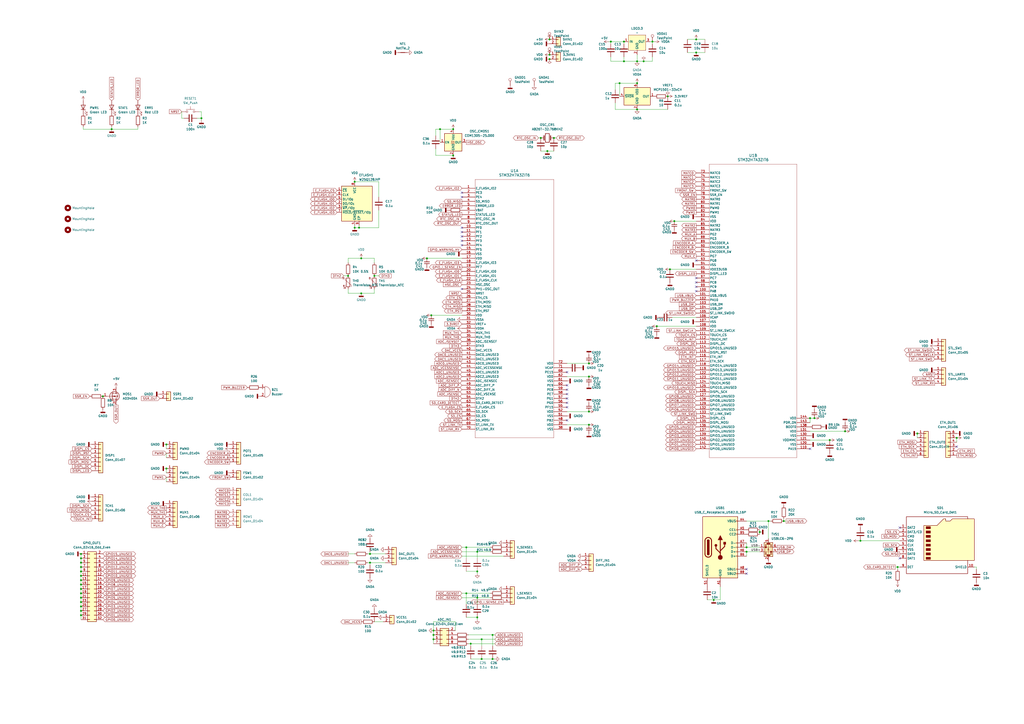
<source format=kicad_sch>
(kicad_sch (version 20250114) (generator "eeschema") (generator_version "9.0")
  (paper "A2")
  (junction (at 251.46 365.76))
  (junction (at 46.99 339.09))
  (junction (at 388.62 156.21))
  (junction (at 270.51 317.5))
  (junction (at 96.52 257.81))
  (junction (at 317.5 87.63))
  (junction (at 64.77 74.93))
  (junction (at 279.4 382.27))
  (junction (at 201.93 160.02))
  (junction (at 469.9 242.57))
  (junction (at 46.99 323.85))
  (junction (at 46.99 349.25))
  (junction (at 369.57 35.56))
  (junction (at 205.74 132.08))
  (junction (at 46.99 354.33))
  (junction (at 318.77 22.86))
  (junction (at 378.46 24.13))
  (junction (at 46.99 346.71))
  (junction (at 46.99 321.31))
  (junction (at 313.69 80.01))
  (junction (at 341.63 218.44))
  (junction (at 433.07 320.04))
  (junction (at 214.63 326.39))
  (junction (at 341.63 210.82))
  (junction (at 321.31 80.01))
  (junction (at 46.99 336.55))
  (junction (at 369.57 48.26))
  (junction (at 46.99 326.39))
  (junction (at 262.89 74.93))
  (junction (at 208.28 132.08))
  (junction (at 472.44 242.57))
  (junction (at 318.77 34.29))
  (junction (at 276.86 320.04))
  (junction (at 46.99 344.17))
  (junction (at 532.13 251.46))
  (junction (at 433.07 317.5))
  (junction (at 403.86 22.86))
  (junction (at 46.99 334.01))
  (junction (at 520.7 328.93))
  (junction (at 341.63 246.38))
  (junction (at 273.05 373.38))
  (junction (at 276.86 331.47))
  (junction (at 279.4 370.84))
  (junction (at 387.35 55.88))
  (junction (at 445.77 302.26))
  (junction (at 373.38 35.56))
  (junction (at 59.69 229.87))
  (junction (at 481.33 255.27))
  (junction (at 354.33 24.13))
  (junction (at 96.52 271.78))
  (junction (at 214.63 321.31))
  (junction (at 251.46 370.84))
  (junction (at 247.65 149.86))
  (junction (at 318.77 31.75))
  (junction (at 440.69 308.61))
  (junction (at 46.99 351.79))
  (junction (at 251.46 368.3))
  (junction (at 46.99 328.93))
  (junction (at 341.63 238.76))
  (junction (at 276.86 358.14))
  (junction (at 205.74 105.41))
  (junction (at 359.41 48.26))
  (junction (at 46.99 341.63))
  (junction (at 381 189.23))
  (junction (at 369.57 63.5))
  (junction (at 361.95 24.13))
  (junction (at 209.55 149.86))
  (junction (at 554.99 254))
  (junction (at 361.95 35.56))
  (junction (at 46.99 356.87))
  (junction (at 116.84 68.58))
  (junction (at 490.22 250.19))
  (junction (at 250.19 182.88))
  (junction (at 414.02 347.98))
  (junction (at 262.89 90.17))
  (junction (at 46.99 331.47))
  (junction (at 217.17 160.02))
  (junction (at 255.27 74.93))
  (junction (at 285.75 368.3))
  (junction (at 285.75 382.27))
  (junction (at 209.55 170.18))
  (junction (at 499.11 313.69))
  (junction (at 391.16 128.27))
  (junction (at 270.51 344.17))
  (junction (at 276.86 346.71))
  (junction (at 454.66 302.26))
  (junction (at 403.86 30.48))
  (no_connect (at 267.97 111.76))
  (no_connect (at 267.97 132.08))
  (no_connect (at 267.97 114.3))
  (no_connect (at 403.86 151.13))
  (no_connect (at 403.86 168.91))
  (no_connect (at 267.97 142.24))
  (no_connect (at 469.9 260.35))
  (no_connect (at 403.86 163.83))
  (no_connect (at 267.97 139.7))
  (no_connect (at 328.93 236.22))
  (no_connect (at 328.93 231.14))
  (no_connect (at 267.97 137.16))
  (no_connect (at 267.97 167.64))
  (no_connect (at 328.93 243.84))
  (no_connect (at 521.97 323.85))
  (no_connect (at 521.97 306.07))
  (no_connect (at 328.93 228.6))
  (no_connect (at 433.07 330.2))
  (no_connect (at 433.07 332.74))
  (no_connect (at 403.86 161.29))
  (no_connect (at 328.93 223.52))
  (no_connect (at 267.97 134.62))
  (no_connect (at 554.99 259.08))
  (no_connect (at 328.93 215.9))
  (no_connect (at 403.86 166.37))
  (no_connect (at 328.93 233.68))
  (no_connect (at 328.93 226.06))
  (wire (pts (xy 445.77 302.26) (xy 445.77 312.42)))
  (wire (pts (xy 48.26 74.93) (xy 64.77 74.93)))
  (wire (pts (xy 454.66 300.99) (xy 454.66 302.26)))
  (wire (pts (xy 469.9 242.57) (xy 469.9 245.11)))
  (wire (pts (xy 373.38 35.56) (xy 378.46 35.56)))
  (wire (pts (xy 46.99 354.33) (xy 46.99 356.87)))
  (wire (pts (xy 499.11 313.69) (xy 521.97 313.69)))
  (wire (pts (xy 251.46 368.3) (xy 251.46 370.84)))
  (wire (pts (xy 105.41 64.77) (xy 105.41 68.58)))
  (wire (pts (xy 46.99 349.25) (xy 46.99 351.79)))
  (wire (pts (xy 80.01 74.93) (xy 80.01 73.66)))
  (wire (pts (xy 96.52 262.89) (xy 96.52 265.43)))
  (wire (pts (xy 284.48 346.71) (xy 276.86 346.71)))
  (wire (pts (xy 381 189.23) (xy 403.86 189.23)))
  (wire (pts (xy 205.74 105.41) (xy 219.71 105.41)))
  (wire (pts (xy 116.84 68.58) (xy 116.84 69.85)))
  (wire (pts (xy 46.99 331.47) (xy 46.99 334.01)))
  (wire (pts (xy 273.05 373.38) (xy 287.02 373.38)))
  (wire (pts (xy 403.86 22.86) (xy 408.94 22.86)))
  (wire (pts (xy 209.55 170.18) (xy 201.93 170.18)))
  (wire (pts (xy 328.93 238.76) (xy 341.63 238.76)))
  (wire (pts (xy 267.97 344.17) (xy 270.51 344.17)))
  (wire (pts (xy 262.89 90.17) (xy 252.73 90.17)))
  (wire (pts (xy 279.4 370.84) (xy 287.02 370.84)))
  (wire (pts (xy 46.99 336.55) (xy 46.99 339.09)))
  (wire (pts (xy 252.73 90.17) (xy 252.73 86.36)))
  (wire (pts (xy 64.77 74.93) (xy 80.01 74.93)))
  (wire (pts (xy 96.52 271.78) (xy 96.52 274.32)))
  (wire (pts (xy 359.41 48.26) (xy 359.41 55.88)))
  (wire (pts (xy 433.07 302.26) (xy 445.77 302.26)))
  (wire (pts (xy 313.69 87.63) (xy 317.5 87.63)))
  (wire (pts (xy 391.16 128.27) (xy 403.86 128.27)))
  (wire (pts (xy 312.42 80.01) (xy 313.69 80.01)))
  (wire (pts (xy 201.93 149.86) (xy 201.93 152.4)))
  (wire (pts (xy 361.95 35.56) (xy 361.95 33.02)))
  (wire (pts (xy 247.65 149.86) (xy 267.97 149.86)))
  (wire (pts (xy 328.93 246.38) (xy 341.63 246.38)))
  (wire (pts (xy 116.84 64.77) (xy 116.84 68.58)))
  (wire (pts (xy 317.5 87.63) (xy 321.31 87.63)))
  (wire (pts (xy 369.57 31.75) (xy 369.57 35.56)))
  (wire (pts (xy 251.46 370.84) (xy 251.46 373.38)))
  (wire (pts (xy 214.63 326.39) (xy 223.52 326.39)))
  (wire (pts (xy 273.05 382.27) (xy 279.4 382.27)))
  (wire (pts (xy 267.97 317.5) (xy 270.51 317.5)))
  (wire (pts (xy 214.63 321.31) (xy 223.52 321.31)))
  (wire (pts (xy 271.78 368.3) (xy 285.75 368.3)))
  (wire (pts (xy 270.51 344.17) (xy 284.48 344.17)))
  (wire (pts (xy 255.27 82.55) (xy 255.27 74.93)))
  (wire (pts (xy 96.52 276.86) (xy 96.52 279.4)))
  (wire (pts (xy 378.46 35.56) (xy 378.46 33.02)))
  (wire (pts (xy 433.07 317.5) (xy 440.69 317.5)))
  (wire (pts (xy 354.33 35.56) (xy 361.95 35.56)))
  (wire (pts (xy 353.06 24.13) (xy 354.33 24.13)))
  (wire (pts (xy 201.93 326.39) (xy 205.74 326.39)))
  (wire (pts (xy 554.99 254) (xy 554.99 256.54)))
  (wire (pts (xy 321.31 80.01) (xy 322.58 80.01)))
  (wire (pts (xy 48.26 73.66) (xy 48.26 74.93)))
  (wire (pts (xy 403.86 30.48) (xy 408.94 30.48)))
  (wire (pts (xy 497.84 313.69) (xy 499.11 313.69)))
  (wire (pts (xy 398.78 22.86) (xy 403.86 22.86)))
  (wire (pts (xy 219.71 105.41) (xy 219.71 114.3)))
  (wire (pts (xy 369.57 48.26) (xy 359.41 48.26)))
  (wire (pts (xy 46.99 323.85) (xy 46.99 326.39)))
  (wire (pts (xy 205.74 130.81) (xy 205.74 132.08)))
  (wire (pts (xy 440.69 308.61) (xy 440.69 309.88)))
  (wire (pts (xy 201.93 170.18) (xy 201.93 167.64)))
  (wire (pts (xy 433.07 320.04) (xy 440.69 320.04)))
  (wire (pts (xy 378.46 24.13) (xy 379.73 24.13)))
  (wire (pts (xy 285.75 382.27) (xy 287.02 382.27)))
  (wire (pts (xy 214.63 326.39) (xy 214.63 327.66)))
  (wire (pts (xy 276.86 320.04) (xy 276.86 323.85)))
  (wire (pts (xy 267.97 322.58) (xy 292.1 322.58)))
  (wire (pts (xy 270.51 358.14) (xy 276.86 358.14)))
  (wire (pts (xy 264.16 365.76) (xy 264.16 360.68)))
  (wire (pts (xy 46.99 334.01) (xy 46.99 336.55)))
  (wire (pts (xy 208.28 132.08) (xy 205.74 132.08)))
  (wire (pts (xy 361.95 35.56) (xy 369.57 35.56)))
  (wire (pts (xy 251.46 365.76) (xy 251.46 368.3)))
  (wire (pts (xy 284.48 320.04) (xy 276.86 320.04)))
  (wire (pts (xy 255.27 74.93) (xy 262.89 74.93)))
  (wire (pts (xy 46.99 339.09) (xy 46.99 341.63)))
  (wire (pts (xy 414.02 347.98) (xy 417.83 347.98)))
  (wire (pts (xy 105.41 68.58) (xy 106.68 68.58)))
  (wire (pts (xy 378.46 25.4) (xy 378.46 24.13)))
  (wire (pts (xy 46.99 346.71) (xy 46.99 349.25)))
  (wire (pts (xy 361.95 24.13) (xy 361.95 25.4)))
  (wire (pts (xy 217.17 360.68) (xy 222.25 360.68)))
  (wire (pts (xy 270.51 350.52) (xy 270.51 344.17)))
  (wire (pts (xy 356.87 63.5) (xy 369.57 63.5)))
  (wire (pts (xy 565.15 328.93) (xy 566.42 328.93)))
  (wire (pts (xy 252.73 74.93) (xy 255.27 74.93)))
  (wire (pts (xy 270.51 331.47) (xy 276.86 331.47)))
  (wire (pts (xy 520.7 328.93) (xy 520.7 330.2)))
  (wire (pts (xy 64.77 74.93) (xy 64.77 73.66)))
  (wire (pts (xy 378.46 24.13) (xy 377.19 24.13)))
  (wire (pts (xy 369.57 35.56) (xy 373.38 35.56)))
  (wire (pts (xy 264.16 360.68) (xy 251.46 360.68)))
  (wire (pts (xy 398.78 30.48) (xy 403.86 30.48)))
  (wire (pts (xy 46.99 341.63) (xy 46.99 344.17)))
  (wire (pts (xy 115.57 64.77) (xy 116.84 64.77)))
  (wire (pts (xy 270.51 323.85) (xy 270.51 317.5)))
  (wire (pts (xy 276.86 346.71) (xy 276.86 350.52)))
  (wire (pts (xy 217.17 170.18) (xy 217.17 167.64)))
  (wire (pts (xy 285.75 368.3) (xy 285.75 374.65)))
  (wire (pts (xy 276.86 332.74) (xy 276.86 331.47)))
  (wire (pts (xy 356.87 59.69) (xy 356.87 63.5)))
  (wire (pts (xy 440.69 307.34) (xy 440.69 308.61)))
  (wire (pts (xy 369.57 63.5) (xy 387.35 63.5)))
  (wire (pts (xy 279.4 370.84) (xy 279.4 374.65)))
  (wire (pts (xy 46.99 326.39) (xy 46.99 328.93)))
  (wire (pts (xy 209.55 149.86) (xy 217.17 149.86)))
  (wire (pts (xy 219.71 121.92) (xy 219.71 132.08)))
  (wire (pts (xy 519.43 328.93) (xy 520.7 328.93)))
  (wire (pts (xy 46.99 344.17) (xy 46.99 346.71)))
  (wire (pts (xy 469.9 250.19) (xy 490.22 250.19)))
  (wire (pts (xy 251.46 360.68) (xy 251.46 365.76)))
  (wire (pts (xy 354.33 24.13) (xy 361.95 24.13)))
  (wire (pts (xy 359.41 48.26) (xy 356.87 48.26)))
  (wire (pts (xy 270.51 317.5) (xy 284.48 317.5)))
  (wire (pts (xy 199.39 160.02) (xy 201.93 160.02)))
  (wire (pts (xy 213.36 326.39) (xy 214.63 326.39)))
  (wire (pts (xy 279.4 382.27) (xy 285.75 382.27)))
  (wire (pts (xy 46.99 356.87) (xy 46.99 359.41)))
  (wire (pts (xy 354.33 33.02) (xy 354.33 35.56)))
  (wire (pts (xy 469.9 255.27) (xy 481.33 255.27)))
  (wire (pts (xy 201.93 321.31) (xy 205.74 321.31)))
  (wire (pts (xy 214.63 321.31) (xy 214.63 320.04)))
  (wire (pts (xy 354.33 24.13) (xy 354.33 25.4)))
  (wire (pts (xy 469.9 242.57) (xy 472.44 242.57)))
  (wire (pts (xy 389.89 184.15) (xy 403.86 184.15)))
  (wire (pts (xy 46.99 351.79) (xy 46.99 354.33)))
  (wire (pts (xy 566.42 328.93) (xy 566.42 330.2)))
  (wire (pts (xy 209.55 170.18) (xy 217.17 170.18)))
  (wire (pts (xy 96.52 257.81) (xy 96.52 260.35)))
  (wire (pts (xy 328.93 210.82) (xy 341.63 210.82)))
  (wire (pts (xy 276.86 359.41) (xy 276.86 358.14)))
  (wire (pts (xy 285.75 368.3) (xy 287.02 368.3)))
  (wire (pts (xy 46.99 328.93) (xy 46.99 331.47)))
  (wire (pts (xy 213.36 321.31) (xy 214.63 321.31)))
  (wire (pts (xy 273.05 373.38) (xy 273.05 374.65)))
  (wire (pts (xy 433.07 314.96) (xy 433.07 317.5)))
  (wire (pts (xy 209.55 149.86) (xy 201.93 149.86)))
  (wire (pts (xy 46.99 321.31) (xy 46.99 323.85)))
  (wire (pts (xy 217.17 149.86) (xy 217.17 152.4)))
  (wire (pts (xy 520.7 328.93) (xy 521.97 328.93)))
  (wire (pts (xy 114.3 68.58) (xy 116.84 68.58)))
  (wire (pts (xy 250.19 182.88) (xy 267.97 182.88)))
  (wire (pts (xy 356.87 48.26) (xy 356.87 52.07)))
  (wire (pts (xy 267.97 346.71) (xy 276.86 346.71)))
  (wire (pts (xy 271.78 370.84) (xy 279.4 370.84)))
  (wire (pts (xy 388.62 156.21) (xy 403.86 156.21)))
  (wire (pts (xy 433.07 320.04) (xy 433.07 322.58)))
  (wire (pts (xy 208.28 130.81) (xy 208.28 132.08)))
  (wire (pts (xy 454.66 302.26) (xy 455.93 302.26)))
  (wire (pts (xy 271.78 373.38) (xy 273.05 373.38)))
  (wire (pts (xy 219.71 132.08) (xy 208.28 132.08)))
  (wire (pts (xy 267.97 320.04) (xy 276.86 320.04)))
  (wire (pts (xy 445.77 302.26) (xy 447.04 302.26)))
  (wire (pts (xy 217.17 160.02) (xy 219.71 160.02)))
  (wire (pts (xy 417.83 347.98) (xy 417.83 340.36)))
  (wire (pts (xy 532.13 251.46) (xy 532.13 254)))
  (wire (pts (xy 252.73 78.74) (xy 252.73 74.93)))
  (wire (pts (xy 410.21 347.98) (xy 414.02 347.98)))
  (wire (pts (xy 328.93 218.44) (xy 341.63 218.44)))
  (label "USB-" (at 435.61 317.5 0))
  (label "USB+" (at 435.61 320.04 0))
  (global_label "E_FLASH_IO0" (shape bidirectional) (at 195.58 115.57 180) (property "Intersheetrefs" "${INTERSHEET_REFS}" (effects (hide yes))))
  (global_label "ADC_ISENSEF" (shape input) (at 267.97 344.17 180) (property "Intersheetrefs" "${INTERSHEET_REFS}" (effects (hide yes))))
  (global_label "DISPL_MOSI" (shape output) (at 403.86 245.11 180) (property "Intersheetrefs" "${INTERSHEET_REFS}" (effects (hide yes))))
  (global_label "RTC_OSC_IN" (shape bidirectional) (at 267.97 127 180) (property "Intersheetrefs" "${INTERSHEET_REFS}" (effects (hide yes))))
  (global_label "SD_CARD_DETECT" (shape output) (at 519.43 328.93 180) (property "Intersheetrefs" "${INTERSHEET_REFS}" (effects (hide yes))))
  (global_label "SD_MISO" (shape output) (at 267.97 116.84 180) (property "Intersheetrefs" "${INTERSHEET_REFS}" (effects (hide yes))))
  (global_label "GPIO14_UNUSED" (shape bidirectional) (at 59.69 323.85 0) (property "Intersheetrefs" "${INTERSHEET_REFS}" (effects (hide yes))))
  (global_label "USB_VBUS" (shape input) (at 403.86 171.45 180) (property "Intersheetrefs" "${INTERSHEET_REFS}" (effects (hide yes))))
  (global_label "DISPL_SCK" (shape output) (at 403.86 227.33 180) (property "Intersheetrefs" "${INTERSHEET_REFS}" (effects (hide yes))))
  (global_label "GPIO0_UNUSED" (shape bidirectional) (at 59.69 359.41 0) (property "Intersheetrefs" "${INTERSHEET_REFS}" (effects (hide yes))))
  (global_label "MATR3" (shape output) (at 403.86 133.35 180) (property "Intersheetrefs" "${INTERSHEET_REFS}" (effects (hide yes))))
  (global_label "MATC2" (shape input) (at 403.86 105.41 180) (property "Intersheetrefs" "${INTERSHEET_REFS}" (effects (hide yes))))
  (global_label "3.3VREF" (shape input) (at 267.97 187.96 180) (property "Intersheetrefs" "${INTERSHEET_REFS}" (effects (hide yes))))
  (global_label "ST_LINK_SWO" (shape output) (at 403.86 240.03 180) (property "Intersheetrefs" "${INTERSHEET_REFS}" (effects (hide yes))))
  (global_label "ADC1_UNUSED" (shape input) (at 287.02 370.84 0) (property "Intersheetrefs" "${INTERSHEET_REFS}" (effects (hide yes))))
  (global_label "ENCODER_B" (shape input) (at 403.86 143.51 180) (property "Intersheetrefs" "${INTERSHEET_REFS}" (effects (hide yes))))
  (global_label "GPIO10_UNUSED" (shape bidirectional) (at 403.86 224.79 180) (property "Intersheetrefs" "${INTERSHEET_REFS}" (effects (hide yes))))
  (global_label "SSR_EN" (shape output) (at 403.86 113.03 180) (property "Intersheetrefs" "${INTERSHEET_REFS}" (effects (hide yes))))
  (global_label "ETH_SCK" (shape input) (at 532.13 259.08 180) (property "Intersheetrefs" "${INTERSHEET_REFS}" (effects (hide yes))))
  (global_label "DAC1_UNUSED" (shape output) (at 201.93 326.39 180) (property "Intersheetrefs" "${INTERSHEET_REFS}" (effects (hide yes))))
  (global_label "RTC_OSC_OUT" (shape bidirectional) (at 267.97 129.54 180) (property "Intersheetrefs" "${INTERSHEET_REFS}" (effects (hide yes))))
  (global_label "DISPL_CS" (shape input) (at 53.34 260.35 180) (property "Intersheetrefs" "${INTERSHEET_REFS}" (effects (hide yes))))
  (global_label "ADC_ISENSEF" (shape input) (at 267.97 198.12 180) (property "Intersheetrefs" "${INTERSHEET_REFS}" (effects (hide yes))))
  (global_label "DAC0_UNUSED" (shape output) (at 267.97 205.74 180) (property "Intersheetrefs" "${INTERSHEET_REFS}" (effects (hide yes))))
  (global_label "ADC_VSENSE" (shape input) (at 267.97 228.6 180) (property "Intersheetrefs" "${INTERSHEET_REFS}" (effects (hide yes))))
  (global_label "DISPL_CS" (shape output) (at 403.86 242.57 180) (property "Intersheetrefs" "${INTERSHEET_REFS}" (effects (hide yes))))
  (global_label "MUX_A" (shape output) (at 403.86 135.89 180) (property "Intersheetrefs" "${INTERSHEET_REFS}" (effects (hide yes))))
  (global_label "STATUS_LED" (shape output) (at 267.97 124.46 180) (property "Intersheetrefs" "${INTERSHEET_REFS}" (effects (hide yes))))
  (global_label "USB_DP" (shape input) (at 403.86 179.07 180) (property "Intersheetrefs" "${INTERSHEET_REFS}" (effects (hide yes))))
  (global_label "GPIO6_UNUSED" (shape bidirectional) (at 403.86 237.49 180) (property "Intersheetrefs" "${INTERSHEET_REFS}" (effects (hide yes))))
  (global_label "SD_MISO" (shape output) (at 521.97 321.31 180) (property "Intersheetrefs" "${INTERSHEET_REFS}" (effects (hide yes))))
  (global_label "GPIO3_UNUSED" (shape bidirectional) (at 403.86 252.73 180) (property "Intersheetrefs" "${INTERSHEET_REFS}" (effects (hide yes))))
  (global_label "MUX_TH0" (shape output) (at 96.52 294.64 180) (property "Intersheetrefs" "${INTERSHEET_REFS}" (effects (hide yes))))
  (global_label "ADC_DIFF_N" (shape input) (at 337.82 330.2 180) (property "Intersheetrefs" "${INTERSHEET_REFS}" (effects (hide yes))))
  (global_label "MUX_A" (shape input) (at 96.52 299.72 180) (property "Intersheetrefs" "${INTERSHEET_REFS}" (effects (hide yes))))
  (global_label "ADC_DIFF_P" (shape input) (at 337.82 327.66 180) (property "Intersheetrefs" "${INTERSHEET_REFS}" (effects (hide yes))))
  (global_label "MATR3" (shape input) (at 133.35 304.8 180) (property "Intersheetrefs" "${INTERSHEET_REFS}" (effects (hide yes))))
  (global_label "DAC1_UNUSED" (shape output) (at 267.97 208.28 180) (property "Intersheetrefs" "${INTERSHEET_REFS}" (effects (hide yes))))
  (global_label "TOUCH_CS" (shape input) (at 53.34 298.45 180) (property "Intersheetrefs" "${INTERSHEET_REFS}" (effects (hide yes))))
  (global_label "GPIO7_UNUSED" (shape bidirectional) (at 59.69 341.63 0) (property "Intersheetrefs" "${INTERSHEET_REFS}" (effects (hide yes))))
  (global_label "ENCODER_B" (shape output) (at 133.35 265.43 180) (property "Intersheetrefs" "${INTERSHEET_REFS}" (effects (hide yes))))
  (global_label "GPIO10_UNUSED" (shape bidirectional) (at 59.69 334.01 0) (property "Intersheetrefs" "${INTERSHEET_REFS}" (effects (hide yes))))
  (global_label "E_FLASH_CS" (shape output) (at 267.97 236.22 180) (property "Intersheetrefs" "${INTERSHEET_REFS}" (effects (hide yes))))
  (global_label "DAC0_UNUSED" (shape output) (at 201.93 321.31 180) (property "Intersheetrefs" "${INTERSHEET_REFS}" (effects (hide yes))))
  (global_label "ETH_INT" (shape input) (at 403.86 207.01 180) (property "Intersheetrefs" "${INTERSHEET_REFS}" (effects (hide yes))))
  (global_label "MATC2" (shape output) (at 133.35 289.56 180) (property "Intersheetrefs" "${INTERSHEET_REFS}" (effects (hide yes))))
  (global_label "ETH_MISO" (shape output) (at 267.97 177.8 180) (property "Intersheetrefs" "${INTERSHEET_REFS}" (effects (hide yes))))
  (global_label "DTH2" (shape input) (at 267.97 231.14 180) (property "Intersheetrefs" "${INTERSHEET_REFS}" (effects (hide yes))))
  (global_label "PWM0" (shape output) (at 403.86 120.65 180) (property "Intersheetrefs" "${INTERSHEET_REFS}" (effects (hide yes))))
  (global_label "SD_SCK" (shape input) (at 521.97 316.23 180) (property "Intersheetrefs" "${INTERSHEET_REFS}" (effects (hide yes))))
  (global_label "GPIO15_UNUSED" (shape bidirectional) (at 403.86 201.93 180) (property "Intersheetrefs" "${INTERSHEET_REFS}" (effects (hide yes))))
  (global_label "DTH3" (shape input) (at 219.71 160.02 0) (property "Intersheetrefs" "${INTERSHEET_REFS}" (effects (hide yes))))
  (global_label "GPIO2_UNUSED" (shape bidirectional) (at 403.86 255.27 180) (property "Intersheetrefs" "${INTERSHEET_REFS}" (effects (hide yes))))
  (global_label "ETH_CS" (shape output) (at 267.97 172.72 180) (property "Intersheetrefs" "${INTERSHEET_REFS}" (effects (hide yes))))
  (global_label "ETH_INT" (shape output) (at 532.13 264.16 180) (property "Intersheetrefs" "${INTERSHEET_REFS}" (effects (hide yes))))
  (global_label "GPIO15_UNUSED" (shape bidirectional) (at 59.69 321.31 0) (property "Intersheetrefs" "${INTERSHEET_REFS}" (effects (hide yes))))
  (global_label "RTC_OSC_OUT" (shape bidirectional) (at 322.58 80.01 0) (property "Intersheetrefs" "${INTERSHEET_REFS}" (effects (hide yes))))
  (global_label "E_FLASH_IO3" (shape bidirectional) (at 267.97 152.4 180) (property "Intersheetrefs" "${INTERSHEET_REFS}" (effects (hide yes))))
  (global_label "GPIO_I_SENSE_EN" (shape output) (at 292.1 349.25 180) (property "Intersheetrefs" "${INTERSHEET_REFS}" (effects (hide yes))))
  (global_label "E_FLASH_IO2" (shape bidirectional) (at 195.58 120.65 180) (property "Intersheetrefs" "${INTERSHEET_REFS}" (effects (hide yes))))
  (global_label "HSE_OSC" (shape output) (at 270.51 82.55 0) (property "Intersheetrefs" "${INTERSHEET_REFS}" (effects (hide yes))))
  (global_label "MATR2" (shape input) (at 133.35 302.26 180) (property "Intersheetrefs" "${INTERSHEET_REFS}" (effects (hide yes))))
  (global_label "RTC_OSC_IN" (shape bidirectional) (at 312.42 80.01 180) (property "Intersheetrefs" "${INTERSHEET_REFS}" (effects (hide yes))))
  (global_label "STATUS_LED" (shape input) (at 64.77 58.42 90) (property "Intersheetrefs" "${INTERSHEET_REFS}" (effects (hide yes))))
  (global_label "ST_LINK_SWO" (shape input) (at 542.29 208.28 180) (property "Intersheetrefs" "${INTERSHEET_REFS}" (effects (hide yes))))
  (global_label "FRONT_SW" (shape input) (at 403.86 110.49 180) (property "Intersheetrefs" "${INTERSHEET_REFS}" (effects (hide yes))))
  (global_label "ETH_MOSI" (shape input) (at 532.13 256.54 180) (property "Intersheetrefs" "${INTERSHEET_REFS}" (effects (hide yes))))
  (global_label "E_FLASH_IO0" (shape bidirectional) (at 267.97 157.48 180) (property "Intersheetrefs" "${INTERSHEET_REFS}" (effects (hide yes))))
  (global_label "PWM_BUZZER" (shape input) (at 403.86 173.99 180) (property "Intersheetrefs" "${INTERSHEET_REFS}" (effects (hide yes))))
  (global_label "ST_LINK_SWDIO" (shape bidirectional) (at 542.29 203.2 180) (property "Intersheetrefs" "${INTERSHEET_REFS}" (effects (hide yes))))
  (global_label "ADC2_UNUSED" (shape input) (at 287.02 373.38 0) (property "Intersheetrefs" "${INTERSHEET_REFS}" (effects (hide yes))))
  (global_label "MUX_TH1" (shape input) (at 267.97 193.04 180) (property "Intersheetrefs" "${INTERSHEET_REFS}" (effects (hide yes))))
  (global_label "ENCODER_A" (shape input) (at 403.86 140.97 180) (property "Intersheetrefs" "${INTERSHEET_REFS}" (effects (hide yes))))
  (global_label "SD_CS" (shape input) (at 521.97 308.61 180) (property "Intersheetrefs" "${INTERSHEET_REFS}" (effects (hide yes))))
  (global_label "USB_DM" (shape output) (at 450.85 317.5 0) (property "Intersheetrefs" "${INTERSHEET_REFS}" (effects (hide yes))))
  (global_label "E_FLASH_CLK" (shape output) (at 267.97 162.56 180) (property "Intersheetrefs" "${INTERSHEET_REFS}" (effects (hide yes))))
  (global_label "USB_VBUS" (shape output) (at 455.93 302.26 0) (property "Intersheetrefs" "${INTERSHEET_REFS}" (effects (hide yes))))
  (global_label "ETH_MOSI" (shape output) (at 267.97 175.26 180) (property "Intersheetrefs" "${INTERSHEET_REFS}" (effects (hide yes))))
  (global_label "GPIO11_UNUSED" (shape bidirectional) (at 59.69 331.47 0) (property "Intersheetrefs" "${INTERSHEET_REFS}" (effects (hide yes))))
  (global_label "ST_LINK_SWCLK" (shape input) (at 403.86 191.77 180) (property "Intersheetrefs" "${INTERSHEET_REFS}" (effects (hide yes))))
  (global_label "ENCODER_A" (shape output) (at 133.35 262.89 180) (property "Intersheetrefs" "${INTERSHEET_REFS}" (effects (hide yes))))
  (global_label "SD_SCK" (shape output) (at 267.97 238.76 180) (property "Intersheetrefs" "${INTERSHEET_REFS}" (effects (hide yes))))
  (global_label "ST_LINK_SWDIO" (shape bidirectional) (at 403.86 181.61 180) (property "Intersheetrefs" "${INTERSHEET_REFS}" (effects (hide yes))))
  (global_label "GPIO14_UNUSED" (shape bidirectional) (at 403.86 212.09 180) (property "Intersheetrefs" "${INTERSHEET_REFS}" (effects (hide yes))))
  (global_label "SSR_OUT" (shape input) (at 92.71 231.14 180) (property "Intersheetrefs" "${INTERSHEET_REFS}" (effects (hide yes))))
  (global_label "ETH_CS" (shape input) (at 532.13 261.62 180) (property "Intersheetrefs" "${INTERSHEET_REFS}" (effects (hide yes))))
  (global_label "ADC_VCCSSENSE" (shape input) (at 267.97 320.04 180) (property "Intersheetrefs" "${INTERSHEET_REFS}" (effects (hide yes))))
  (global_label "GPIO8_UNUSED" (shape bidirectional) (at 59.69 339.09 0) (property "Intersheetrefs" "${INTERSHEET_REFS}" (effects (hide yes))))
  (global_label "GPIO0_UNUSED" (shape bidirectional) (at 403.86 260.35 180) (property "Intersheetrefs" "${INTERSHEET_REFS}" (effects (hide yes))))
  (global_label "GPIO1_UNUSED" (shape bidirectional) (at 59.69 356.87 0) (property "Intersheetrefs" "${INTERSHEET_REFS}" (effects (hide yes))))
  (global_label "GPIO2_UNUSED" (shape bidirectional) (at 59.69 354.33 0) (property "Intersheetrefs" "${INTERSHEET_REFS}" (effects (hide yes))))
  (global_label "TOUCH_INT" (shape output) (at 53.34 300.99 180) (property "Intersheetrefs" "${INTERSHEET_REFS}" (effects (hide yes))))
  (global_label "ADC_VSENSE" (shape input) (at 267.97 317.5 180) (property "Intersheetrefs" "${INTERSHEET_REFS}" (effects (hide yes))))
  (global_label "GPIO12_UNUSED" (shape bidirectional) (at 403.86 217.17 180) (property "Intersheetrefs" "${INTERSHEET_REFS}" (effects (hide yes))))
  (global_label "ST_LINK_TX" (shape output) (at 267.97 246.38 180) (property "Intersheetrefs" "${INTERSHEET_REFS}" (effects (hide yes))))
  (global_label "DISPL_RST" (shape output) (at 403.86 204.47 180) (property "Intersheetrefs" "${INTERSHEET_REFS}" (effects (hide yes))))
  (global_label "GPIO4_UNUSED" (shape bidirectional) (at 59.69 349.25 0) (property "Intersheetrefs" "${INTERSHEET_REFS}" (effects (hide yes))))
  (global_label "GPIO9_UNUSED" (shape bidirectional) (at 403.86 229.87 180) (property "Intersheetrefs" "${INTERSHEET_REFS}" (effects (hide yes))))
  (global_label "DISPL_LED" (shape input) (at 53.34 273.05 180) (property "Intersheetrefs" "${INTERSHEET_REFS}" (effects (hide yes))))
  (global_label "MATC1" (shape input) (at 403.86 102.87 180) (property "Intersheetrefs" "${INTERSHEET_REFS}" (effects (hide yes))))
  (global_label "ETH_MISO" (shape output) (at 554.99 264.16 0) (property "Intersheetrefs" "${INTERSHEET_REFS}" (effects (hide yes))))
  (global_label "SD_MOSI" (shape output) (at 267.97 243.84 180) (property "Intersheetrefs" "${INTERSHEET_REFS}" (effects (hide yes))))
  (global_label "DISPL_LED" (shape output) (at 403.86 158.75 180) (property "Intersheetrefs" "${INTERSHEET_REFS}" (effects (hide yes))))
  (global_label "MATR0" (shape input) (at 133.35 297.18 180) (property "Intersheetrefs" "${INTERSHEET_REFS}" (effects (hide yes))))
  (global_label "NRST" (shape input) (at 267.97 170.18 180) (property "Intersheetrefs" "${INTERSHEET_REFS}" (effects (hide yes))))
  (global_label "TOUCH_MISO" (shape output) (at 403.86 222.25 180) (property "Intersheetrefs" "${INTERSHEET_REFS}" (effects (hide yes))))
  (global_label "DAC_VCCS" (shape output) (at 267.97 203.2 180) (property "Intersheetrefs" "${INTERSHEET_REFS}" (effects (hide yes))))
  (global_label "ADC_DIFF_P" (shape input) (at 267.97 223.52 180) (property "Intersheetrefs" "${INTERSHEET_REFS}" (effects (hide yes))))
  (global_label "E_FLASH_IO2" (shape bidirectional) (at 267.97 109.22 180) (property "Intersheetrefs" "${INTERSHEET_REFS}" (effects (hide yes))))
  (global_label "GPIO4_UNUSED" (shape bidirectional) (at 403.86 250.19 180) (property "Intersheetrefs" "${INTERSHEET_REFS}" (effects (hide yes))))
  (global_label "MATC1" (shape output) (at 133.35 287.02 180) (property "Intersheetrefs" "${INTERSHEET_REFS}" (effects (hide yes))))
  (global_label "GPIO6_UNUSED" (shape bidirectional) (at 59.69 344.17 0) (property "Intersheetrefs" "${INTERSHEET_REFS}" (effects (hide yes))))
  (global_label "DISPL_DC" (shape input) (at 53.34 270.51 180) (property "Intersheetrefs" "${INTERSHEET_REFS}" (effects (hide yes))))
  (global_label "MUX_C" (shape input) (at 96.52 304.8 180) (property "Intersheetrefs" "${INTERSHEET_REFS}" (effects (hide yes))))
  (global_label "PWM_BUZZER" (shape input) (at 143.51 224.79 180) (property "Intersheetrefs" "${INTERSHEET_REFS}" (effects (hide yes))))
  (global_label "GPIO9_UNUSED" (shape bidirectional) (at 59.69 336.55 0) (property "Intersheetrefs" "${INTERSHEET_REFS}" (effects (hide yes))))
  (global_label "GPIO11_UNUSED" (shape bidirectional) (at 403.86 219.71 180) (property "Intersheetrefs" "${INTERSHEET_REFS}" (effects (hide yes))))
  (global_label "ADC_ISENSEC" (shape input) (at 267.97 220.98 180) (property "Intersheetrefs" "${INTERSHEET_REFS}" (effects (hide yes))))
  (global_label "MATR1" (shape output) (at 403.86 118.11 180) (property "Intersheetrefs" "${INTERSHEET_REFS}" (effects (hide yes))))
  (global_label "TOUCH_CS" (shape output) (at 403.86 194.31 180) (property "Intersheetrefs" "${INTERSHEET_REFS}" (effects (hide yes))))
  (global_label "E_FLASH_IO1" (shape bidirectional) (at 267.97 160.02 180) (property "Intersheetrefs" "${INTERSHEET_REFS}" (effects (hide yes))))
  (global_label "TOUCH_MISO" (shape input) (at 53.34 295.91 180) (property "Intersheetrefs" "${INTERSHEET_REFS}" (effects (hide yes))))
  (global_label "GPIO_I_SENSE_EN" (shape output) (at 267.97 154.94 180) (property "Intersheetrefs" "${INTERSHEET_REFS}" (effects (hide yes))))
  (global_label "ETH_RST" (shape input) (at 554.99 261.62 0) (property "Intersheetrefs" "${INTERSHEET_REFS}" (effects (hide yes))))
  (global_label "TOUCH_INT" (shape input) (at 403.86 196.85 180) (property "Intersheetrefs" "${INTERSHEET_REFS}" (effects (hide yes))))
  (global_label "MUX_TH0" (shape input) (at 267.97 195.58 180) (property "Intersheetrefs" "${INTERSHEET_REFS}" (effects (hide yes))))
  (global_label "HSE_OSC" (shape input) (at 267.97 165.1 180) (property "Intersheetrefs" "${INTERSHEET_REFS}" (effects (hide yes))))
  (global_label "GPIO8_UNUSED" (shape bidirectional) (at 403.86 232.41 180) (property "Intersheetrefs" "${INTERSHEET_REFS}" (effects (hide yes))))
  (global_label "FRONT_SW" (shape output) (at 133.35 276.86 180) (property "Intersheetrefs" "${INTERSHEET_REFS}" (effects (hide yes))))
  (global_label "DISPL_RST" (shape input) (at 53.34 262.89 180) (property "Intersheetrefs" "${INTERSHEET_REFS}" (effects (hide yes))))
  (global_label "NRST" (shape output) (at 542.29 217.17 180) (property "Intersheetrefs" "${INTERSHEET_REFS}" (effects (hide yes))))
  (global_label "GPIO_WARNING_HV" (shape input) (at 267.97 144.78 180) (property "Intersheetrefs" "${INTERSHEET_REFS}" (effects (hide yes))))
  (global_label "ST_LINK_SWCLK" (shape output) (at 542.29 205.74 180) (property "Intersheetrefs" "${INTERSHEET_REFS}" (effects (hide yes))))
  (global_label "MATC0" (shape output) (at 133.35 284.48 180) (property "Intersheetrefs" "${INTERSHEET_REFS}" (effects (hide yes))))
  (global_label "DTH2" (shape input) (at 199.39 160.02 180) (property "Intersheetrefs" "${INTERSHEET_REFS}" (effects (hide yes))))
  (global_label "E_FLASH_IO3" (shape bidirectional) (at 195.58 123.19 180) (property "Intersheetrefs" "${INTERSHEET_REFS}" (effects (hide yes))))
  (global_label "MATC3" (shape input) (at 403.86 107.95 180) (property "Intersheetrefs" "${INTERSHEET_REFS}" (effects (hide yes))))
  (global_label "ADC0_UNUSED" (shape input) (at 267.97 210.82 180) (property "Intersheetrefs" "${INTERSHEET_REFS}" (effects (hide yes))))
  (global_label "USB_DP" (shape output) (at 450.85 320.04 0) (property "Intersheetrefs" "${INTERSHEET_REFS}" (effects (hide yes))))
  (global_label "ADC_ISENSEC" (shape input) (at 267.97 346.71 180) (property "Intersheetrefs" "${INTERSHEET_REFS}" (effects (hide yes))))
  (global_label "ADC_VCCSSENSE" (shape input) (at 267.97 213.36 180) (property "Intersheetrefs" "${INTERSHEET_REFS}" (effects (hide yes))))
  (global_label "DISPL_SCK" (shape input) (at 53.34 293.37 180) (property "Intersheetrefs" "${INTERSHEET_REFS}" (effects (hide yes))))
  (global_label "ETH_SCK" (shape output) (at 403.86 209.55 180) (property "Intersheetrefs" "${INTERSHEET_REFS}" (effects (hide yes))))
  (global_label "GPIO5_UNUSED" (shape bidirectional) (at 59.69 346.71 0) (property "Intersheetrefs" "${INTERSHEET_REFS}" (effects (hide yes))))
  (global_label "SD_CARD_DETECT" (shape input) (at 267.97 233.68 180) (property "Intersheetrefs" "${INTERSHEET_REFS}" (effects (hide yes))))
  (global_label "GPIO13_UNUSED" (shape bidirectional) (at 59.69 326.39 0) (property "Intersheetrefs" "${INTERSHEET_REFS}" (effects (hide yes))))
  (global_label "GPIO7_UNUSED" (shape bidirectional) (at 403.86 234.95 180) (property "Intersheetrefs" "${INTERSHEET_REFS}" (effects (hide yes))))
  (global_label "SSR_EN" (shape input) (at 52.07 229.87 180) (property "Intersheetrefs" "${INTERSHEET_REFS}" (effects (hide yes))))
  (global_label "ST_LINK_RX" (shape input) (at 267.97 248.92 180) (property "Intersheetrefs" "${INTERSHEET_REFS}" (effects (hide yes))))
  (global_label "DISPL_MOSI" (shape input) (at 53.34 267.97 180) (property "Intersheetrefs" "${INTERSHEET_REFS}" (effects (hide yes))))
  (global_label "E_FLASH_IO1" (shape bidirectional) (at 195.58 118.11 180) (property "Intersheetrefs" "${INTERSHEET_REFS}" (effects (hide yes))))
  (global_label "MUX_B" (shape output) (at 403.86 138.43 180) (property "Intersheetrefs" "${INTERSHEET_REFS}" (effects (hide yes))))
  (global_label "ADC_DIFF_N" (shape input) (at 267.97 226.06 180) (property "Intersheetrefs" "${INTERSHEET_REFS}" (effects (hide yes))))
  (global_label "MATR0" (shape output) (at 403.86 115.57 180) (property "Intersheetrefs" "${INTERSHEET_REFS}" (effects (hide yes))))
  (global_label "ERROR_LED" (shape output) (at 267.97 119.38 180) (property "Intersheetrefs" "${INTERSHEET_REFS}" (effects (hide yes))))
  (global_label "MATR1" (shape input) (at 133.35 299.72 180) (property "Intersheetrefs" "${INTERSHEET_REFS}" (effects (hide yes))))
  (global_label "ST_LINK_TX" (shape input) (at 542.29 219.71 180) (property "Intersheetrefs" "${INTERSHEET_REFS}" (effects (hide yes))))
  (global_label "DAC_VCCS" (shape output) (at 209.55 360.68 180) (property "Intersheetrefs" "${INTERSHEET_REFS}" (effects (hide yes))))
  (global_label "MUX_B" (shape input) (at 96.52 302.26 180) (property "Intersheetrefs" "${INTERSHEET_REFS}" (effects (hide yes))))
  (global_label "MUX_TH1" (shape output) (at 96.52 297.18 180) (property "Intersheetrefs" "${INTERSHEET_REFS}" (effects (hide yes))))
  (global_label "PWM1" (shape input) (at 96.52 276.86 180) (property "Intersheetrefs" "${INTERSHEET_REFS}" (effects (hide yes))))
  (global_label "DISPL_DC" (shape output) (at 403.86 199.39 180) (property "Intersheetrefs" "${INTERSHEET_REFS}" (effects (hide yes))))
  (global_label "PWM1" (shape output) (at 403.86 123.19 180) (property "Intersheetrefs" "${INTERSHEET_REFS}" (effects (hide yes))))
  (global_label "NRST" (shape input) (at 105.41 64.77 180) (property "Intersheetrefs" "${INTERSHEET_REFS}" (effects (hide yes))))
  (global_label "ADC1_UNUSED" (shape input) (at 267.97 215.9 180) (property "Intersheetrefs" "${INTERSHEET_REFS}" (effects (hide yes))))
  (global_label "MATR2" (shape output) (at 403.86 130.81 180) (property "Intersheetrefs" "${INTERSHEET_REFS}" (effects (hide yes))))
  (global_label "GPIO_WARNING_HV" (shape input) (at 267.97 322.58 180) (property "Intersheetrefs" "${INTERSHEET_REFS}" (effects (hide yes))))
  (global_label "GPIO12_UNUSED" (shape bidirectional) (at 59.69 328.93 0) (property "Intersheetrefs" "${INTERSHEET_REFS}" (effects (hide yes))))
  (global_label "E_FLASH_CLK" (shape input) (at 195.58 113.03 180) (property "Intersheetrefs" "${INTERSHEET_REFS}" (effects (hide yes))))
  (global_label "SSR_OUT" (shape output) (at 67.31 234.95 270) (property "Intersheetrefs" "${INTERSHEET_REFS}" (effects (hide yes))))
  (global_label "ERROR_LED" (shape input) (at 80.01 58.42 90) (property "Intersheetrefs" "${INTERSHEET_REFS}" (effects (hide yes))))
  (global_label "ST_LINK_RX" (shape output) (at 542.29 222.25 180) (property "Intersheetrefs" "${INTERSHEET_REFS}" (effects (hide yes))))
  (global_label "GPIO1_UNUSED" (shape bidirectional) (at 403.86 257.81 180) (property "Intersheetrefs" "${INTERSHEET_REFS}" (effects (hide yes))))
  (global_label "MATC0" (shape input) (at 403.86 100.33 180) (property "Intersheetrefs" "${INTERSHEET_REFS}" (effects (hide yes))))
  (global_label "SD_CS" (shape output) (at 267.97 241.3 180) (property "Intersheetrefs" "${INTERSHEET_REFS}" (effects (hide yes))))
  (global_label "ENCODER_SW" (shape output) (at 133.35 267.97 180) (property "Intersheetrefs" "${INTERSHEET_REFS}" (effects (hide yes))))
  (global_label "USB_DM" (shape input) (at 403.86 176.53 180) (property "Intersheetrefs" "${INTERSHEET_REFS}" (effects (hide yes))))
  (global_label "DTH3" (shape input) (at 267.97 200.66 180) (property "Intersheetrefs" "${INTERSHEET_REFS}" (effects (hide yes))))
  (global_label "GPIO3_UNUSED" (shape bidirectional) (at 59.69 351.79 0) (property "Intersheetrefs" "${INTERSHEET_REFS}" (effects (hide yes))))
  (global_label "ADC0_UNUSED" (shape input) (at 287.02 368.3 0) (property "Intersheetrefs" "${INTERSHEET_REFS}" (effects (hide yes))))
  (global_label "GPIO5_UNUSED" (shape bidirectional) (at 403.86 247.65 180) (property "Intersheetrefs" "${INTERSHEET_REFS}" (effects (hide yes))))
  (global_label "PWM0" (shape input) (at 96.52 262.89 180) (property "Intersheetrefs" "${INTERSHEET_REFS}" (effects (hide yes))))
  (global_label "ADC2_UNUSED" (shape input) (at 267.97 218.44 180) (property "Intersheetrefs" "${INTERSHEET_REFS}" (effects (hide yes))))
  (global_label "MUX_C" (shape output) (at 403.86 148.59 180) (property "Intersheetrefs" "${INTERSHEET_REFS}" (effects (hide yes))))
  (global_label "DISPL_SCK" (shape input) (at 53.34 265.43 180) (property "Intersheetrefs" "${INTERSHEET_REFS}" (effects (hide yes))))
  (global_label "SD_MOSI" (shape input) (at 521.97 311.15 180) (property "Intersheetrefs" "${INTERSHEET_REFS}" (effects (hide yes))))
  (global_label "E_FLASH_CS" (shape input) (at 195.58 110.49 180) (property "Intersheetrefs" "${INTERSHEET_REFS}" (effects (hide yes))))
  (global_label "ENCODER_SW" (shape input) (at 403.86 146.05 180) (property "Intersheetrefs" "${INTERSHEET_REFS}" (effects (hide yes))))
  (global_label "ETH_RST" (shape output) (at 267.97 180.34 180) (property "Intersheetrefs" "${INTERSHEET_REFS}" (effects (hide yes))))
  (global_label "GPIO13_UNUSED" (shape bidirectional) (at 403.86 214.63 180) (property "Intersheetrefs" "${INTERSHEET_REFS}" (effects (hide yes))))
  (global_label "MATC3" (shape output) (at 133.35 292.1 180) (property "Intersheetrefs" "${INTERSHEET_REFS}" (effects (hide yes))))
  (symbol (lib_id "power:GNDD") (at 53.34 288.29 270) (unit 1)
    (property "Reference" "#PWR013" (effects (hide yes)))
    (property "Value" "GNDD" (at 49.53 288.2899 90) (effects (justify right)))
    (property "Description" "Power symbol creates a global label with name \"GNDD\" , digital ground" (effects (hide yes)))
  )
  (symbol (lib_id "Device:R") (at 288.29 344.17 90) (mirror x) (unit 1)
    (property "Reference" "R19" (at 275.59 345.694 90))
    (property "Value" "49.9" (at 281.432 345.694 90))
    (property "Footprint" "Resistor_SMD:R_0402_1005Metric_Pad0.72x0.64mm_HandSolder" (effects (hide yes)))
    (property "Description" "Resistor" (effects (hide yes)))
  )
  (symbol (lib_id "power:GNDD") (at 403.86 153.67 270) (unit 1)
    (property "Reference" "#PWR056" (effects (hide yes)))
    (property "Value" "GNDD" (at 400.05 153.6699 90) (effects (justify right)))
    (property "Description" "Power symbol creates a global label with name \"GNDD\" , digital ground" (effects (hide yes)))
  )
  (symbol (lib_id "power:GNDD") (at 328.93 241.3 90) (unit 1)
    (property "Reference" "#PWR059" (effects (hide yes)))
    (property "Value" "GNDD" (at 332.74 241.2999 90) (effects (justify right)))
    (property "Description" "Power symbol creates a global label with name \"GNDD\" , digital ground" (effects (hide yes)))
  )
  (symbol (lib_id "power:GNDD") (at 403.86 186.69 270) (unit 1)
    (property "Reference" "#PWR055" (effects (hide yes)))
    (property "Value" "GNDD" (at 400.05 186.6899 90) (effects (justify right)))
    (property "Description" "Power symbol creates a global label with name \"GNDD\" , digital ground" (effects (hide yes)))
  )
  (symbol (lib_id "power:GNDA") (at 287.02 382.27 90) (unit 1)
    (property "Reference" "#PWR018" (effects (hide yes)))
    (property "Value" "GNDA" (at 290.83 382.2699 90) (effects (justify right)))
    (property "Description" "Power symbol creates a global label with name \"GNDA\" , analog ground" (effects (hide yes)))
  )
  (symbol (lib_id "Device:C") (at 410.21 344.17 0) (unit 1)
    (property "Reference" "C2" (at 412.75 343.916 0) (effects (justify left)))
    (property "Value" "10n" (at 412.75 346.456 0) (effects (justify left)))
    (property "Footprint" "Capacitor_SMD:C_0402_1005Metric_Pad0.74x0.62mm_HandSolder" (effects (hide yes)))
    (property "Description" "Unpolarized capacitor" (effects (hide yes)))
  )
  (symbol (lib_id "BJT_Custom:STM32H7A3ZIT6") (at 403.86 100.33 0) (unit 2)
    (property "Reference" "U1" (at 436.88 90.17 0) (effects (font (size 1.524 1.524))))
    (property "Value" "STM32H7A3ZIT6" (at 436.88 92.71 0) (effects (font (size 1.524 1.524))))
    (property "Footprint" "STM32 Custom:LQFP-144-M" (effects (hide yes)))
    (property "Datasheet" "STM32H7A3ZIT6" (effects (hide yes)))
  )
  (symbol (lib_id "Connector_Generic:Conn_01x05") (at 547.37 203.2 0) (unit 1)
    (property "Reference" "STL_SW1" (at 549.91 201.9299 0) (effects (justify left)))
    (property "Value" "Conn_01x05" (at 549.91 204.4699 0) (effects (justify left)))
    (property "Footprint" "Connector_JST:JST_XH_B5B-XH-A_1x05_P2.50mm_Vertical" (effects (hide yes)))
    (property "Description" "Generic connector, single row, 01x05, script generated (kicad-library-utils/schlib/autogen/connector/)" (effects (hide yes)))
  )
  (symbol (lib_id "Device:C") (at 321.31 83.82 0) (unit 1)
    (property "Reference" "C27" (at 325.12 82.5499 0) (effects (justify left)))
    (property "Value" "10p" (at 325.12 85.0899 0) (effects (justify left)))
    (property "Footprint" "Capacitor_SMD:C_0201_0603Metric_Pad0.64x0.40mm_HandSolder" (effects (hide yes)))
    (property "Description" "Unpolarized capacitor" (effects (hide yes)))
  )
  (symbol (lib_id "Device:C") (at 313.69 83.82 0) (unit 1)
    (property "Reference" "C28" (at 305.562 82.55 0) (effects (justify left)))
    (property "Value" "10p" (at 305.562 85.09 0) (effects (justify left)))
    (property "Footprint" "Capacitor_SMD:C_0201_0603Metric_Pad0.64x0.40mm_HandSolder" (effects (hide yes)))
    (property "Description" "Unpolarized capacitor" (effects (hide yes)))
  )
  (symbol (lib_id "power:VDD") (at 403.86 22.86 0) (unit 1)
    (property "Reference" "#PWR062" (effects (hide yes)))
    (property "Value" "VDD" (at 403.86 17.78 0))
    (property "Description" "Power symbol creates a global label with name \"VDD\"" (effects (hide yes)))
  )
  (symbol (lib_id "Connector_Generic:Conn_01x02") (at 97.79 228.6 0) (unit 1)
    (property "Reference" "SSR1" (at 100.33 228.5999 0) (effects (justify left)))
    (property "Value" "Conn_01x02" (at 100.33 231.1399 0) (effects (justify left)))
    (property "Footprint" "Connector_JST:JST_XH_B2B-XH-A_1x02_P2.50mm_Vertical" (effects (hide yes)))
    (property "Description" "Generic connector, single row, 01x02, script generated (kicad-library-utils/schlib/autogen/connector/)" (effects (hide yes)))
  )
  (symbol (lib_id "power:GNDA") (at 223.52 323.85 270) (unit 1)
    (property "Reference" "#PWR021" (effects (hide yes)))
    (property "Value" "GNDA" (at 219.71 323.8499 90) (effects (justify right)))
    (property "Description" "Power symbol creates a global label with name \"GNDA\" , analog ground" (effects (hide yes)))
  )
  (symbol (lib_id "Device:Thermistor_NTC") (at 201.93 163.83 0) (unit 1)
    (property "Reference" "TH0" (at 204.47 162.8774 0) (effects (justify left)))
    (property "Value" "Thermistor_NTC" (at 204.724 165.354 0) (effects (justify left)))
    (property "Footprint" "Resistor_SMD:R_0805_2012Metric_Pad1.20x1.40mm_HandSolder" (effects (hide yes)))
    (property "Description" "Temperature dependent resistor, negative temperature coefficient" (effects (hide yes)))
  )
  (symbol (lib_id "power:GNDD") (at 133.35 274.32 270) (unit 1)
    (property "Reference" "#PWR06" (effects (hide yes)))
    (property "Value" "GNDD" (at 129.54 274.3199 90) (effects (justify right)))
    (property "Description" "Power symbol creates a global label with name \"GNDD\" , digital ground" (effects (hide yes)))
  )
  (symbol (lib_id "power:VDD") (at 341.63 246.38 270) (mirror x) (unit 1)
    (property "Reference" "#PWR088" (effects (hide yes)))
    (property "Value" "VDD" (at 343.662 247.396 90) (effects (justify left)))
    (property "Description" "Power symbol creates a global label with name \"VDD\"" (effects (hide yes)))
  )
  (symbol (lib_id "Device:C") (at 408.94 26.67 0) (unit 1)
    (property "Reference" "C18" (at 412.75 25.3999 0) (effects (justify left)))
    (property "Value" "10u" (at 412.75 27.9399 0) (effects (justify left)))
    (property "Footprint" "Capacitor_SMD:C_1206_3216Metric_Pad1.33x1.80mm_HandSolder" (effects (hide yes)))
    (property "Description" "Unpolarized capacitor" (effects (hide yes)))
  )
  (symbol (lib_id "power:GNDD") (at 403.86 125.73 270) (unit 1)
    (property "Reference" "#PWR057" (effects (hide yes)))
    (property "Value" "GNDD" (at 400.05 125.7299 90) (effects (justify right)))
    (property "Description" "Power symbol creates a global label with name \"GNDD\" , digital ground" (effects (hide yes)))
  )
  (symbol (lib_id "Connector_Generic:Conn_01x06") (at 58.42 293.37 0) (unit 1)
    (property "Reference" "TCH1" (at 60.96 293.3699 0) (effects (justify left)))
    (property "Value" "Conn_01x06" (at 60.96 295.9099 0) (effects (justify left)))
    (property "Footprint" "Connector_JST:JST_XH_B6B-XH-A_1x06_P2.50mm_Vertical" (effects (hide yes)))
    (property "Description" "Generic connector, single row, 01x06, script generated (kicad-library-utils/schlib/autogen/connector/)" (effects (hide yes)))
  )
  (symbol (lib_id "power:GNDD") (at 96.52 257.81 270) (unit 1)
    (property "Reference" "#PWR08" (effects (hide yes)))
    (property "Value" "GNDD" (at 92.71 257.8099 90) (effects (justify right)))
    (property "Description" "Power symbol creates a global label with name \"GNDD\" , digital ground" (effects (hide yes)))
  )
  (symbol (lib_id "power:GNDD") (at 414.02 347.98 0) (unit 1)
    (property "Reference" "#PWR045" (effects (hide yes)))
    (property "Value" "GNDD" (at 418.338 350.012 0))
    (property "Description" "Power symbol creates a global label with name \"GNDD\" , digital ground" (effects (hide yes)))
  )
  (symbol (lib_id "power:GNDA") (at 236.22 30.48 90) (unit 1)
    (property "Reference" "#PWR0105" (effects (hide yes)))
    (property "Value" "GNDA" (at 240.03 30.4799 90) (effects (justify right)))
    (property "Description" "Power symbol creates a global label with name \"GNDA\" , analog ground" (effects (hide yes)))
  )
  (symbol (lib_id "power:VDD") (at 472.44 242.57 270) (unit 1)
    (property "Reference" "#PWR098" (effects (hide yes)))
    (property "Value" "VDD" (at 474.472 241.554 90) (effects (justify left)))
    (property "Description" "Power symbol creates a global label with name \"VDD\"" (effects (hide yes)))
  )
  (symbol (lib_id "Device:R") (at 288.29 320.04 90) (unit 1)
    (property "Reference" "R16" (at 278.384 315.722 90))
    (property "Value" "49.9" (at 282.448 315.722 90))
    (property "Footprint" "Resistor_SMD:R_0402_1005Metric_Pad0.72x0.64mm_HandSolder" (effects (hide yes)))
    (property "Description" "Resistor" (effects (hide yes)))
  )
  (symbol (lib_id "power:GNDA") (at 276.86 359.41 0) (mirror y) (unit 1)
    (property "Reference" "#PWR080" (effects (hide yes)))
    (property "Value" "GNDA" (at 276.86 364.49 0))
    (property "Description" "Power symbol creates a global label with name \"GNDA\" , analog ground" (effects (hide yes)))
  )
  (symbol (lib_id "power:GNDD") (at 341.63 205.74 180) (unit 1)
    (property "Reference" "#PWR084" (effects (hide yes)))
    (property "Value" "GNDD" (at 345.948 204.47 0))
    (property "Description" "Power symbol creates a global label with name \"GNDD\" , digital ground" (effects (hide yes)))
  )
  (symbol (lib_id "Device:C_Small") (at 250.19 185.42 180) (unit 1)
    (property "Reference" "C40" (at 247.65 187.452 0) (effects (justify left)))
    (property "Value" "0.1u" (at 247.65 185.674 0) (effects (justify left)))
    (property "Footprint" "Capacitor_SMD:C_0603_1608Metric_Pad1.08x0.95mm_HandSolder" (effects (hide yes)))
    (property "Description" "Unpolarized capacitor, small symbol" (effects (hide yes)))
  )
  (symbol (lib_id "Device:R") (at 267.97 373.38 90) (unit 1)
    (property "Reference" "R13" (at 268.224 380.746 90))
    (property "Value" "49.9" (at 263.906 380.746 90))
    (property "Footprint" "Resistor_SMD:R_0402_1005Metric_Pad0.72x0.64mm_HandSolder" (effects (hide yes)))
    (property "Description" "Resistor" (effects (hide yes)))
  )
  (symbol (lib_id "Connector_Generic:Conn_01x06") (at 549.91 259.08 180) (unit 1)
    (property "Reference" "ETH_OUT1" (at 549.91 245.11 0))
    (property "Value" "Conn_01x06" (at 549.91 247.65 0))
    (property "Footprint" "Connector_PinHeader_2.54mm:PinHeader_1x06_P2.54mm_Vertical" (effects (hide yes)))
    (property "Description" "Generic connector, single row, 01x06, script generated (kicad-library-utils/schlib/autogen/connector/)" (effects (hide yes)))
  )
  (symbol (lib_id "Device:C") (at 398.78 26.67 0) (unit 1)
    (property "Reference" "C19" (at 402.59 25.3999 0) (effects (justify left)))
    (property "Value" "10u" (at 402.59 27.9399 0) (effects (justify left)))
    (property "Footprint" "Capacitor_SMD:C_1206_3216Metric_Pad1.33x1.80mm_HandSolder" (effects (hide yes)))
    (property "Description" "Unpolarized capacitor" (effects (hide yes)))
  )
  (symbol (lib_id "Device:C") (at 214.63 316.23 0) (unit 1)
    (property "Reference" "C32" (at 208.788 313.182 0) (effects (justify left)))
    (property "Value" "0.1u" (at 208.788 315.722 0) (effects (justify left)))
    (property "Footprint" "Capacitor_SMD:C_0603_1608Metric_Pad1.08x0.95mm_HandSolder" (effects (hide yes)))
    (property "Description" "Unpolarized capacitor" (effects (hide yes)))
  )
  (symbol (lib_id "power:GNDD") (at 260.35 121.92 270) (unit 1)
    (property "Reference" "#PWR073" (effects (hide yes)))
    (property "Value" "GNDD" (at 256.54 121.9199 90) (effects (justify right)))
    (property "Description" "Power symbol creates a global label with name \"GNDD\" , digital ground" (effects (hide yes)))
  )
  (symbol (lib_id "Connector_Generic:Conn_01x04") (at 138.43 287.02 0) (unit 1)
    (property "Reference" "COL1" (at 140.97 287.0199 0) (effects (justify left)))
    (property "Value" "Conn_01x04" (at 140.97 289.5599 0) (effects (justify left)))
    (property "Footprint" "Connector_JST:JST_XH_B4B-XH-A_1x04_P2.50mm_Vertical" (effects (hide yes)))
    (property "Description" "Generic connector, single row, 01x04, script generated (kicad-library-utils/schlib/autogen/connector/)" (effects (hide yes)))
  )
  (symbol (lib_id "power:VDD") (at 497.84 313.69 90) (unit 1)
    (property "Reference" "#PWR065" (effects (hide yes)))
    (property "Value" "VDD" (at 494.03 313.6899 90) (effects (justify left)))
    (property "Description" "Power symbol creates a global label with name \"VDD\"" (effects (hide yes)))
  )
  (symbol (lib_id "Device:C_Small") (at 391.16 130.81 180) (unit 1)
    (property "Reference" "C43" (at 388.62 132.842 0) (effects (justify left)))
    (property "Value" "0.1u" (at 388.62 131.064 0) (effects (justify left)))
    (property "Footprint" "Capacitor_SMD:C_0603_1608Metric_Pad1.08x0.95mm_HandSolder" (effects (hide yes)))
    (property "Description" "Unpolarized capacitor, small symbol" (effects (hide yes)))
  )
  (symbol (lib_id "power:GNDD") (at 382.27 184.15 270) (unit 1)
    (property "Reference" "#PWR076" (effects (hide yes)))
    (property "Value" "GNDD" (at 378.46 184.1501 90) (effects (justify right)))
    (property "Description" "Power symbol creates a global label with name \"GNDD\" , digital ground" (effects (hide yes)))
  )
  (symbol (lib_id "power:GNDD") (at 151.13 229.87 270) (unit 1)
    (property "Reference" "#PWR0108" (effects (hide yes)))
    (property "Value" "GNDD" (at 147.32 229.8699 90) (effects (justify right)))
    (property "Description" "Power symbol creates a global label with name \"GNDD\" , digital ground" (effects (hide yes)))
  )
  (symbol (lib_id "Device:C") (at 279.4 378.46 0) (unit 1)
    (property "Reference" "C25" (at 278.13 384.556 0) (effects (justify left)))
    (property "Value" "0.1u" (at 278.13 387.096 0) (effects (justify left)))
    (property "Footprint" "Capacitor_SMD:C_0603_1608Metric_Pad1.08x0.95mm_HandSolder" (effects (hide yes)))
    (property "Description" "Unpolarized capacitor" (effects (hide yes)))
  )
  (symbol (lib_id "Device:R") (at 436.88 309.88 90) (unit 1)
    (property "Reference" "R24" (at 437.134 312.166 90))
    (property "Value" "5.1K" (at 437.134 313.944 90))
    (property "Footprint" "Resistor_SMD:R_0402_1005Metric_Pad0.72x0.64mm_HandSolder" (effects (hide yes)))
    (property "Description" "Resistor" (effects (hide yes)))
  )
  (symbol (lib_id "power:GNDD") (at 499.11 306.07 180) (unit 1)
    (property "Reference" "#PWR042" (effects (hide yes)))
    (property "Value" "GNDD" (at 499.11 300.99 0))
    (property "Description" "Power symbol creates a global label with name \"GNDD\" , digital ground" (effects (hide yes)))
  )
  (symbol (lib_id "Connector:Micro_SD_Card_Det1") (at 544.83 316.23 0) (unit 1)
    (property "Reference" "SD1" (at 545.465 294.64 0))
    (property "Value" "Micro_SD_Card_Det1" (at 545.465 297.18 0))
    (property "Footprint" "Connector_Card:microSD_HC_Hirose_DM3AT-SF-PEJM5" (effects (hide yes)))
    (property "Datasheet" "https://datasheet.lcsc.com/lcsc/2110151630_XKB-Connectivity-XKTF-015-N_C381082.pdf" (effects (hide yes)))
    (property "Description" "Micro SD Card Socket with one card detection pin" (effects (hide yes)))
  )
  (symbol (lib_id "power:GNDD") (at 454.66 293.37 180) (unit 1)
    (property "Reference" "#PWR046" (effects (hide yes)))
    (property "Value" "GNDD" (at 454.66 288.29 0))
    (property "Description" "Power symbol creates a global label with name \"GNDD\" , digital ground" (effects (hide yes)))
  )
  (symbol (lib_id "BJT_Custom:AP7363") (at 367.03 16.51 0) (unit 1)
    (property "Reference" "LDO3.3" (at 369.57 16.51 0))
    (property "Value" "~" (at 369.57 19.05 0))
    (property "Footprint" "Package_TO_SOT_SMD:TO-252-3_TabPin2" (effects (hide yes)))
  )
  (symbol (lib_id "Switch:SW_Push") (at 110.49 64.77 0) (unit 1)
    (property "Reference" "RESET1" (at 110.49 57.15 0))
    (property "Value" "SW_Push" (at 110.49 59.69 0))
    (property "Footprint" "Button_Switch_THT:SW_PUSH_6mm_H9.5mm" (effects (hide yes)))
    (property "Description" "Push button switch, generic, two pins" (effects (hide yes)))
  )
  (symbol (lib_id "power:VDD") (at 520.7 337.82 180) (unit 1)
    (property "Reference" "#PWR049" (effects (hide yes)))
    (property "Value" "VDD" (at 520.7 342.9 0))
    (property "Description" "Power symbol creates a global label with name \"VDD\"" (effects (hide yes)))
  )
  (symbol (lib_id "Power_Protection:USBLC6-2P6") (at 445.77 317.5 0) (unit 1)
    (property "Reference" "TVS1" (at 447.4211 309.88 0) (effects (justify left)))
    (property "Value" "USBLC6-2P6" (at 447.4211 312.42 0) (effects (justify left)))
    (property "Footprint" "Package_TO_SOT_SMD:SOT-666" (effects (hide yes)))
    (property "Datasheet" "https://www.st.com/resource/en/datasheet/usblc6-2.pdf" (effects (hide yes)))
    (property "Description" "Very low capacitance ESD protection diode, 2 data-line, SOT-666" (effects (hide yes)))
  )
  (symbol (lib_id "Connector_Generic:Conn_02x16_Odd_Even") (at 52.07 339.09 0) (unit 1)
    (property "Reference" "GPIO_OUT1" (at 53.34 314.96 0))
    (property "Value" "Conn_02x16_Odd_Even" (at 53.34 317.5 0))
    (property "Footprint" "Connector_PinHeader_2.54mm:PinHeader_2x16_P2.54mm_Vertical" (effects (hide yes)))
    (property "Description" "Generic connector, double row, 02x16, odd/even pin numbering scheme (row 1 odd numbers, row 2 even numbers), script generated (kicad-library-utils/schlib/autogen/connector/)" (effects (hide yes)))
  )
  (symbol (lib_id "Device:NetTie_2") (at 233.68 30.48 0) (unit 1) (in_bom no)
    (property "Reference" "NT1" (at 233.68 25.4 0))
    (property "Value" "NetTie_2" (at 233.68 27.94 0))
    (property "Footprint" "NetTie:NetTie-2_SMD_Pad0.5mm" (effects (hide yes)))
    (property "Description" "Net tie, 2 pins" (effects (hide yes)))
  )
  (symbol (lib_id "power:GNDD") (at 472.44 237.49 180) (unit 1)
    (property "Reference" "#PWR099" (effects (hide yes)))
    (property "Value" "GNDD" (at 476.758 236.22 0))
    (property "Description" "Power symbol creates a global label with name \"GNDD\" , digital ground" (effects (hide yes)))
  )
  (symbol (lib_id "power:VDDA") (at 337.82 325.12 90) (unit 1)
    (property "Reference" "#PWR078" (effects (hide yes)))
    (property "Value" "VDDA" (at 334.01 325.1199 90) (effects (justify left)))
    (property "Description" "Power symbol creates a global label with name \"VDDA\"" (effects (hide yes)))
  )
  (symbol (lib_id "power:GNDD") (at 469.9 257.81 90) (unit 1)
    (property "Reference" "#PWR054" (effects (hide yes)))
    (property "Value" "GNDD" (at 473.71 257.8099 90) (effects (justify right)))
    (property "Description" "Power symbol creates a global label with name \"GNDD\" , digital ground" (effects (hide yes)))
  )
  (symbol (lib_id "power:GNDD") (at 554.99 251.46 90) (unit 1)
    (property "Reference" "#PWR016" (effects (hide yes)))
    (property "Value" "GNDD" (at 558.8 251.4599 90) (effects (justify right)))
    (property "Description" "Power symbol creates a global label with name \"GNDD\" , digital ground" (effects (hide yes)))
  )
  (symbol (lib_id "Mechanical:MountingHole") (at 39.37 127 0) (unit 1) (exclude_from_sim yes) (in_bom no)
    (property "Reference" "H2" (effects (hide yes)))
    (property "Value" "MountingHole" (at 41.91 126.9999 0) (effects (justify left)))
    (property "Footprint" "MountingHole:MountingHole_3.2mm_M3" (effects (hide yes)))
    (property "Description" "Mounting Hole without connection" (effects (hide yes)))
  )
  (symbol (lib_id "power:GNDD") (at 295.91 49.53 0) (unit 1)
    (property "Reference" "#PWR0106" (effects (hide yes)))
    (property "Value" "GNDD" (at 295.91 53.34 0))
    (property "Description" "Power symbol creates a global label with name \"GNDD\" , digital ground" (effects (hide yes)))
  )
  (symbol (lib_id "Device:C_Small") (at 341.63 248.92 0) (mirror x) (unit 1)
    (property "Reference" "C39" (at 344.17 250.952 0) (effects (justify left)))
    (property "Value" "0.1u" (at 344.17 249.174 0) (effects (justify left)))
    (property "Footprint" "Capacitor_SMD:C_0603_1608Metric_Pad1.08x0.95mm_HandSolder" (effects (hide yes)))
    (property "Description" "Unpolarized capacitor, small symbol" (effects (hide yes)))
  )
  (symbol (lib_id "Device:C") (at 217.17 356.87 0) (unit 1)
    (property "Reference" "C30" (at 210.566 355.092 0) (effects (justify left)))
    (property "Value" "0.1u" (at 210.566 357.632 0) (effects (justify left)))
    (property "Footprint" "Capacitor_SMD:C_0603_1608Metric_Pad1.08x0.95mm_HandSolder" (effects (hide yes)))
    (property "Description" "Unpolarized capacitor" (effects (hide yes)))
  )
  (symbol (lib_id "power:GNDD") (at 247.65 154.94 0) (unit 1)
    (property "Reference" "#PWR093" (effects (hide yes)))
    (property "Value" "GNDD" (at 243.332 156.21 0))
    (property "Description" "Power symbol creates a global label with name \"GNDD\" , digital ground" (effects (hide yes)))
  )
  (symbol (lib_id "Device:C") (at 388.62 160.02 0) (unit 1)
    (property "Reference" "C22" (at 382.524 157.988 0) (effects (justify left)))
    (property "Value" "0.1u" (at 382.524 160.528 0) (effects (justify left)))
    (property "Footprint" "Capacitor_SMD:C_0603_1608Metric_Pad1.08x0.95mm_HandSolder" (effects (hide yes)))
    (property "Description" "Unpolarized capacitor" (effects (hide yes)))
  )
  (symbol (lib_id "Device:LED") (at 48.26 62.23 90) (unit 1)
    (property "Reference" "PWR1" (at 52.07 62.5474 90) (effects (justify right)))
    (property "Value" "Green LED" (at 52.07 65.0874 90) (effects (justify right)))
    (property "Footprint" "Diode_SMD:D_0603_1608Metric_Pad1.05x0.95mm_HandSolder" (effects (hide yes)))
    (property "Description" "Light emitting diode" (effects (hide yes)))
    (property "Sim.Pins" "1=K 2=A" (effects (hide yes)))
  )
  (symbol (lib_id "Device:C") (at 499.11 309.88 0) (unit 1)
    (property "Reference" "C16" (at 502.92 308.6099 0) (effects (justify left)))
    (property "Value" "0.1u" (at 502.92 311.1499 0) (effects (justify left)))
    (property "Footprint" "Capacitor_SMD:C_0603_1608Metric_Pad1.08x0.95mm_HandSolder" (effects (hide yes)))
    (property "Description" "Unpolarized capacitor" (effects (hide yes)))
  )
  (symbol (lib_id "Device:C") (at 270.51 327.66 0) (unit 1)
    (property "Reference" "C34" (at 263.652 325.374 0) (effects (justify left)))
    (property "Value" "0.1u" (at 263.652 327.914 0) (effects (justify left)))
    (property "Footprint" "Capacitor_SMD:C_0603_1608Metric_Pad1.08x0.95mm_HandSolder" (effects (hide yes)))
    (property "Description" "Unpolarized capacitor" (effects (hide yes)))
  )
  (symbol (lib_id "power:VDD") (at 262.89 74.93 0) (unit 1)
    (property "Reference" "#PWR039" (effects (hide yes)))
    (property "Value" "VDD" (at 262.89 69.85 0))
    (property "Description" "Power symbol creates a global label with name \"VDD\"" (effects (hide yes)))
  )
  (symbol (lib_id "power:VDDA") (at 387.35 55.88 270) (unit 1)
    (property "Reference" "#PWR035" (effects (hide yes)))
    (property "Value" "3.3VREF" (at 391.16 55.8799 90) (effects (justify left)))
    (property "Description" "Power symbol creates a global label with name \"VDDA\"" (effects (hide yes)))
  )
  (symbol (lib_id "Device:C") (at 361.95 29.21 0) (unit 1)
    (property "Reference" "C13" (at 356.362 25.654 0) (effects (justify left)))
    (property "Value" "10u" (at 356.362 28.194 0) (effects (justify left)))
    (property "Footprint" "Capacitor_SMD:C_1206_3216Metric_Pad1.33x1.80mm_HandSolder" (effects (hide yes)))
    (property "Description" "Unpolarized capacitor" (effects (hide yes)))
  )
  (symbol (lib_id "Device:C_Small") (at 341.63 220.98 0) (mirror x) (unit 1)
    (property "Reference" "C38" (at 344.17 223.012 0) (effects (justify left)))
    (property "Value" "0.1u" (at 344.17 221.234 0) (effects (justify left)))
    (property "Footprint" "Capacitor_SMD:C_0603_1608Metric_Pad1.08x0.95mm_HandSolder" (effects (hide yes)))
    (property "Description" "Unpolarized capacitor, small symbol" (effects (hide yes)))
  )
  (symbol (lib_id "power:GNDD") (at 490.22 245.11 180) (unit 1)
    (property "Reference" "#PWR0101" (effects (hide yes)))
    (property "Value" "GNDD" (at 494.538 243.84 0))
    (property "Description" "Power symbol creates a global label with name \"GNDD\" , digital ground" (effects (hide yes)))
  )
  (symbol (lib_id "Device:C") (at 356.87 55.88 0) (unit 1)
    (property "Reference" "C12" (at 351.028 54.356 0) (effects (justify left)))
    (property "Value" "1u" (at 351.028 56.896 0) (effects (justify left)))
    (property "Footprint" "Capacitor_SMD:C_0805_2012Metric_Pad1.18x1.45mm_HandSolder" (effects (hide yes)))
    (property "Description" "Unpolarized capacitor" (effects (hide yes)))
  )
  (symbol (lib_id "power:GNDD") (at 336.55 213.36 90) (unit 1)
    (property "Reference" "#PWR069" (effects (hide yes)))
    (property "Value" "GNDD" (at 340.36 213.3599 90) (effects (justify right)))
    (property "Description" "Power symbol creates a global label with name \"GNDD\" , digital ground" (effects (hide yes)))
  )
  (symbol (lib_id "power:GNDD") (at 566.42 337.82 0) (unit 1)
    (property "Reference" "#PWR047" (effects (hide yes)))
    (property "Value" "GNDD" (at 566.42 341.63 0))
    (property "Description" "Power symbol creates a global label with name \"GNDD\" , digital ground" (effects (hide yes)))
  )
  (symbol (lib_id "power:GNDD") (at 64.77 74.93 0) (unit 1)
    (property "Reference" "#PWR070" (effects (hide yes)))
    (property "Value" "GNDD" (at 64.77 78.74 0))
    (property "Description" "Power symbol creates a global label with name \"GNDD\" , digital ground" (effects (hide yes)))
  )
  (symbol (lib_id "Mechanical:MountingHole") (at 39.37 120.65 0) (unit 1) (exclude_from_sim yes) (in_bom no)
    (property "Reference" "H1" (effects (hide yes)))
    (property "Value" "MountingHole" (at 41.91 120.6499 0) (effects (justify left)))
    (property "Footprint" "MountingHole:MountingHole_3.2mm_M3" (effects (hide yes)))
    (property "Description" "Mounting Hole without connection" (effects (hide yes)))
  )
  (symbol (lib_id "Transistor_FET:AO3400A") (at 64.77 229.87 0) (unit 1)
    (property "Reference" "MOS1" (at 71.12 228.5999 0) (effects (justify left)))
    (property "Value" "AO3400A" (at 71.12 231.1399 0) (effects (justify left)))
    (property "Footprint" "Package_TO_SOT_SMD:SOT-23" (effects (hide yes)))
    (property "Datasheet" "http://www.aosmd.com/pdfs/datasheet/AO3400A.pdf" (effects (hide yes)))
    (property "Description" "30V Vds, 5.7A Id, N-Channel MOSFET, SOT-23" (effects (hide yes)))
  )
  (symbol (lib_id "power:GNDD") (at 267.97 147.32 270) (unit 1)
    (property "Reference" "#PWR061" (effects (hide yes)))
    (property "Value" "GNDD" (at 264.16 147.3199 90) (effects (justify right)))
    (property "Description" "Power symbol creates a global label with name \"GNDD\" , digital ground" (effects (hide yes)))
  )
  (symbol (lib_id "Device:C_Small") (at 472.44 240.03 0) (unit 1)
    (property "Reference" "C44" (at 474.98 237.998 0) (effects (justify left)))
    (property "Value" "0.1u" (at 474.98 239.776 0) (effects (justify left)))
    (property "Footprint" "Capacitor_SMD:C_0603_1608Metric_Pad1.08x0.95mm_HandSolder" (effects (hide yes)))
    (property "Description" "Unpolarized capacitor, small symbol" (effects (hide yes)))
  )
  (symbol (lib_id "Memory_Flash:W25Q128JVP") (at 205.74 118.11 0) (unit 1)
    (property "Reference" "EFLASH1" (at 208.28 101.6 0) (effects (justify left)))
    (property "Value" "W25Q128JVP" (at 208.28 104.14 0) (effects (justify left)))
    (property "Footprint" "Package_SON:WSON-8-1EP_6x5mm_P1.27mm_EP3.4x4.3mm" (effects (hide yes)))
    (property "Datasheet" "https://www.winbond.com/resource-files/w25q128jv_dtr%20revc%2003272018%20plus.pdf" (effects (hide yes)))
    (property "Description" "128Mbit / 16MiB Serial Flash Memory, Standard/Dual/Quad SPI, 2.7-3.6V, WSON-8" (effects (hide yes)))
  )
  (symbol (lib_id "power:VDDA") (at 267.97 190.5 90) (unit 1)
    (property "Reference" "#PWR030" (effects (hide yes)))
    (property "Value" "VDDA" (at 264.16 190.4999 90) (effects (justify left)))
    (property "Description" "Power symbol creates a global label with name \"VDDA\"" (effects (hide yes)))
  )
  (symbol (lib_id "power:GNDD") (at 341.63 251.46 0) (mirror y) (unit 1)
    (property "Reference" "#PWR089" (effects (hide yes)))
    (property "Value" "GNDD" (at 345.948 252.73 0))
    (property "Description" "Power symbol creates a global label with name \"GNDD\" , digital ground" (effects (hide yes)))
  )
  (symbol (lib_id "power:GNDD") (at 262.89 90.17 0) (unit 1)
    (property "Reference" "#PWR032" (effects (hide yes)))
    (property "Value" "GNDD" (at 262.89 93.98 0))
    (property "Description" "Power symbol creates a global label with name \"GNDD\" , digital ground" (effects (hide yes)))
  )
  (symbol (lib_id "power:VDDA") (at 369.57 48.26 0) (unit 1)
    (property "Reference" "#PWR036" (effects (hide yes)))
    (property "Value" "VDDA" (at 369.57 43.18 0))
    (property "Description" "Power symbol creates a global label with name \"VDDA\"" (effects (hide yes)))
  )
  (symbol (lib_id "Reference_Voltage:MCP1501-33xCH") (at 369.57 55.88 0) (unit 1)
    (property "Reference" "VREF1" (at 387.35 49.4598 0))
    (property "Value" "MCP1501-33xCH" (at 387.35 51.9998 0))
    (property "Footprint" "Package_TO_SOT_SMD:SOT-23-6" (effects (hide yes)))
    (property "Datasheet" "http://ww1.microchip.com/downloads/en/DeviceDoc/20005474E.pdf" (effects (hide yes)))
    (property "Description" "3.3V, 0.1%, 20mA, Precision Voltage Reference, SOT-23-6" (effects (hide yes)))
  )
  (symbol (lib_id "Device:R") (at 209.55 321.31 90) (unit 1)
    (property "Reference" "R18" (at 209.55 313.182 90))
    (property "Value" "100" (at 209.55 315.722 90))
    (property "Footprint" "Resistor_SMD:R_0603_1608Metric_Pad0.98x0.95mm_HandSolder" (effects (hide yes)))
    (property "Description" "Resistor" (effects (hide yes)))
  )
  (symbol (lib_id "power:VDD") (at 341.63 218.44 270) (mirror x) (unit 1)
    (property "Reference" "#PWR087" (effects (hide yes)))
    (property "Value" "VDD" (at 343.662 219.456 90) (effects (justify left)))
    (property "Description" "Power symbol creates a global label with name \"VDD\"" (effects (hide yes)))
  )
  (symbol (lib_id "power:PWR_FLAG") (at 318.77 34.29 180) (unit 1)
    (property "Reference" "#FLG03" (effects (hide yes)))
    (property "Value" "PWR_FLAG" (effects (hide yes)))
    (property "Description" "Special symbol for telling ERC where power comes from" (effects (hide yes)))
  )
  (symbol (lib_id "Connector_Generic:Conn_01x04") (at 547.37 217.17 0) (unit 1)
    (property "Reference" "STL_UART1" (at 549.91 217.1699 0) (effects (justify left)))
    (property "Value" "Conn_01x04" (at 549.91 219.7099 0) (effects (justify left)))
    (property "Footprint" "Connector_JST:JST_XH_B4B-XH-A_1x04_P2.50mm_Vertical" (effects (hide yes)))
    (property "Description" "Generic connector, single row, 01x04, script generated (kicad-library-utils/schlib/autogen/connector/)" (effects (hide yes)))
  )
  (symbol (lib_id "Device:C_Small") (at 247.65 152.4 180) (unit 1)
    (property "Reference" "C41" (at 245.11 154.432 0) (effects (justify left)))
    (property "Value" "0.1u" (at 245.11 152.654 0) (effects (justify left)))
    (property "Footprint" "Capacitor_SMD:C_0603_1608Metric_Pad1.08x0.95mm_HandSolder" (effects (hide yes)))
    (property "Description" "Unpolarized capacitor, small symbol" (effects (hide yes)))
  )
  (symbol (lib_id "Device:R") (at 520.7 334.01 0) (unit 1)
    (property "Reference" "R25" (at 513.588 332.486 0) (effects (justify left)))
    (property "Value" "10K" (at 513.588 335.026 0) (effects (justify left)))
    (property "Footprint" "Resistor_SMD:R_0603_1608Metric_Pad0.98x0.95mm_HandSolder" (effects (hide yes)))
    (property "Description" "Resistor" (effects (hide yes)))
  )
  (symbol (lib_id "power:VDD") (at 247.65 149.86 90) (unit 1)
    (property "Reference" "#PWR092" (effects (hide yes)))
    (property "Value" "VDD" (at 245.618 150.876 90) (effects (justify left)))
    (property "Description" "Power symbol creates a global label with name \"VDD\"" (effects (hide yes)))
  )
  (symbol (lib_id "power:VDD") (at 381 189.23 90) (unit 1)
    (property "Reference" "#PWR094" (effects (hide yes)))
    (property "Value" "VDD" (at 378.968 190.246 90) (effects (justify left)))
    (property "Description" "Power symbol creates a global label with name \"VDD\"" (effects (hide yes)))
  )
  (symbol (lib_id "power:GNDD") (at 317.5 87.63 0) (unit 1)
    (property "Reference" "#PWR025" (effects (hide yes)))
    (property "Value" "GNDD" (at 317.5 91.44 0))
    (property "Description" "Power symbol creates a global label with name \"GNDD\" , digital ground" (effects (hide yes)))
  )
  (symbol (lib_id "power:GNDD") (at 542.29 198.12 270) (unit 1)
    (property "Reference" "#PWR011" (effects (hide yes)))
    (property "Value" "GNDD" (at 538.48 198.1199 90) (effects (justify right)))
    (property "Description" "Power symbol creates a global label with name \"GNDD\" , digital ground" (effects (hide yes)))
  )
  (symbol (lib_id "power:GNDD") (at 328.93 220.98 90) (unit 1)
    (property "Reference" "#PWR060" (effects (hide yes)))
    (property "Value" "GNDD" (at 332.74 220.9799 90) (effects (justify right)))
    (property "Description" "Power symbol creates a global label with name \"GNDD\" , digital ground" (effects (hide yes)))
  )
  (symbol (lib_id "Device:C") (at 252.73 82.55 0) (unit 1)
    (property "Reference" "C36" (at 245.11 80.518 0) (effects (justify left)))
    (property "Value" "0.1u" (at 245.11 83.058 0) (effects (justify left)))
    (property "Footprint" "Capacitor_SMD:C_0603_1608Metric_Pad1.08x0.95mm_HandSolder" (effects (hide yes)))
    (property "Description" "Unpolarized capacitor" (effects (hide yes)))
  )
  (symbol (lib_id "power:VDD") (at 554.99 254 270) (unit 1)
    (property "Reference" "#PWR017" (effects (hide yes)))
    (property "Value" "VDD" (at 558.8 253.9999 90) (effects (justify left)))
    (property "Description" "Power symbol creates a global label with name \"VDD\"" (effects (hide yes)))
  )
  (symbol (lib_id "Connector_Generic:Conn_01x04") (at 228.6 321.31 0) (unit 1)
    (property "Reference" "DAC_OUT1" (at 231.14 321.3099 0) (effects (justify left)))
    (property "Value" "Conn_01x04" (at 231.14 323.8499 0) (effects (justify left)))
    (property "Footprint" "Connector_PinHeader_2.54mm:PinHeader_1x04_P2.54mm_Vertical" (effects (hide yes)))
    (property "Description" "Generic connector, single row, 01x04, script generated (kicad-library-utils/schlib/autogen/connector/)" (effects (hide yes)))
  )
  (symbol (lib_id "Device:C") (at 285.75 378.46 0) (unit 1)
    (property "Reference" "C26" (at 284.48 384.556 0) (effects (justify left)))
    (property "Value" "0.1u" (at 284.48 387.096 0) (effects (justify left)))
    (property "Footprint" "Capacitor_SMD:C_0603_1608Metric_Pad1.08x0.95mm_HandSolder" (effects (hide yes)))
    (property "Description" "Unpolarized capacitor" (effects (hide yes)))
  )
  (symbol (lib_id "power:PWR_FLAG") (at 387.35 55.88 0) (unit 1)
    (property "Reference" "#FLG05" (effects (hide yes)))
    (property "Value" "PWR_FLAG" (effects (hide yes)))
    (property "Description" "Special symbol for telling ERC where power comes from" (effects (hide yes)))
  )
  (symbol (lib_id "power:VDD") (at 318.77 31.75 90) (unit 1)
    (property "Reference" "#PWR068" (effects (hide yes)))
    (property "Value" "VDD" (at 314.96 31.7499 90) (effects (justify left)))
    (property "Description" "Power symbol creates a global label with name \"VDD\"" (effects (hide yes)))
  )
  (symbol (lib_id "Device:R") (at 201.93 156.21 0) (unit 1)
    (property "Reference" "R4" (at 204.47 154.9399 0) (effects (justify left)))
    (property "Value" "10K 0.5%" (at 204.47 157.4799 0) (effects (justify left)))
    (property "Footprint" "Resistor_SMD:R_0805_2012Metric_Pad1.20x1.40mm_HandSolder" (effects (hide yes)))
    (property "Description" "Resistor" (effects (hide yes)))
  )
  (symbol (lib_id "Connector:TestPoint") (at 318.77 31.75 0) (unit 1)
    (property "Reference" "VDD1" (at 321.31 27.1779 0) (effects (justify left)))
    (property "Value" "TestPoint" (at 321.31 29.7179 0) (effects (justify left)))
    (property "Footprint" "TestPoint:TestPoint_Pad_1.0x1.0mm" (effects (hide yes)))
    (property "Description" "test point" (effects (hide yes)))
  )
  (symbol (lib_id "power:GNDA") (at 222.25 358.14 270) (unit 1)
    (property "Reference" "#PWR019" (effects (hide yes)))
    (property "Value" "GNDA" (at 224.536 355.092 90) (effects (justify right)))
    (property "Description" "Power symbol creates a global label with name \"GNDA\" , analog ground" (effects (hide yes)))
  )
  (symbol (lib_id "power:GNDA") (at 369.57 63.5 0) (unit 1)
    (property "Reference" "#PWR029" (effects (hide yes)))
    (property "Value" "GNDA" (at 369.57 68.58 0))
    (property "Description" "Power symbol creates a global label with name \"GNDA\" , analog ground" (effects (hide yes)))
  )
  (symbol (lib_id "Connector_Generic:Conn_01x04") (at 297.18 317.5 0) (unit 1)
    (property "Reference" "V_SENSE1" (at 299.72 317.4999 0) (effects (justify left)))
    (property "Value" "Conn_01x04" (at 299.72 320.0399 0) (effects (justify left)))
    (property "Footprint" "Connector_JST:JST_XH_B4B-XH-A_1x04_P2.50mm_Vertical" (effects (hide yes)))
    (property "Description" "Generic connector, single row, 01x04, script generated (kicad-library-utils/schlib/autogen/connector/)" (effects (hide yes)))
  )
  (symbol (lib_id "Device:C_Small") (at 490.22 247.65 0) (unit 1)
    (property "Reference" "C45" (at 492.76 245.618 0) (effects (justify left)))
    (property "Value" "0.1u" (at 492.76 247.396 0) (effects (justify left)))
    (property "Footprint" "Capacitor_SMD:C_0603_1608Metric_Pad1.08x0.95mm_HandSolder" (effects (hide yes)))
    (property "Description" "Unpolarized capacitor, small symbol" (effects (hide yes)))
  )
  (symbol (lib_id "power:VDD") (at 341.63 210.82 270) (unit 1)
    (property "Reference" "#PWR085" (effects (hide yes)))
    (property "Value" "VDD" (at 343.662 209.804 90) (effects (justify left)))
    (property "Description" "Power symbol creates a global label with name \"VDD\"" (effects (hide yes)))
  )
  (symbol (lib_id "Device:R") (at 80.01 69.85 0) (unit 1)
    (property "Reference" "R3" (at 82.55 68.5799 0) (effects (justify left)))
    (property "Value" "1K" (at 82.55 71.1199 0) (effects (justify left)))
    (property "Footprint" "Resistor_SMD:R_0603_1608Metric_Pad0.98x0.95mm_HandSolder" (effects (hide yes)))
    (property "Description" "Resistor" (effects (hide yes)))
  )
  (symbol (lib_id "power:GNDD") (at 440.69 308.61 90) (unit 1)
    (property "Reference" "#PWR043" (effects (hide yes)))
    (property "Value" "GNDD" (at 439.928 305.816 90) (effects (justify right)))
    (property "Description" "Power symbol creates a global label with name \"GNDD\" , digital ground" (effects (hide yes)))
  )
  (symbol (lib_id "Device:LED") (at 64.77 62.23 90) (unit 1)
    (property "Reference" "STAT1" (at 68.58 62.5474 90) (effects (justify right)))
    (property "Value" "Green LED" (at 68.58 65.0874 90) (effects (justify right)))
    (property "Footprint" "Diode_SMD:D_0603_1608Metric_Pad1.05x0.95mm_HandSolder" (effects (hide yes)))
    (property "Description" "Light emitting diode" (effects (hide yes)))
    (property "Sim.Pins" "1=K 2=A" (effects (hide yes)))
  )
  (symbol (lib_id "power:GNDD") (at 445.77 325.12 0) (unit 1)
    (property "Reference" "#PWR044" (effects (hide yes)))
    (property "Value" "GNDD" (at 445.77 328.93 0))
    (property "Description" "Power symbol creates a global label with name \"GNDD\" , digital ground" (effects (hide yes)))
  )
  (symbol (lib_id "Device:R") (at 383.54 55.88 90) (unit 1)
    (property "Reference" "R6" (at 383.54 58.42 90))
    (property "Value" "10" (at 383.54 60.96 90))
    (property "Footprint" "Resistor_SMD:R_0402_1005Metric_Pad0.72x0.64mm_HandSolder" (effects (hide yes)))
    (property "Description" "Resistor" (effects (hide yes)))
  )
  (symbol (lib_id "power:+5V") (at 353.06 24.13 90) (unit 1)
    (property "Reference" "#PWR038" (effects (hide yes)))
    (property "Value" "+5V" (at 352.552 22.098 90) (effects (justify left)))
    (property "Description" "Power symbol creates a global label with name \"+5V\"" (effects (hide yes)))
  )
  (symbol (lib_id "Connector_Generic:Conn_01x04") (at 342.9 325.12 0) (unit 1)
    (property "Reference" "DIFF_IN1" (at 345.44 325.1199 0) (effects (justify left)))
    (property "Value" "Conn_01x04" (at 345.44 327.6599 0) (effects (justify left)))
    (property "Footprint" "Connector_JST:JST_XH_B4B-XH-A_1x04_P2.50mm_Vertical" (effects (hide yes)))
    (property "Description" "Generic connector, single row, 01x04, script generated (kicad-library-utils/schlib/autogen/connector/)" (effects (hide yes)))
  )
  (symbol (lib_id "power:GNDD") (at 469.9 252.73 90) (unit 1)
    (property "Reference" "#PWR053" (effects (hide yes)))
    (property "Value" "GNDD" (at 473.71 252.7299 90) (effects (justify right)))
    (property "Description" "Power symbol creates a global label with name \"GNDD\" , digital ground" (effects (hide yes)))
  )
  (symbol (lib_id "BJT_Custom:STM32H7A3ZIT6") (at 267.97 109.22 0) (unit 1)
    (property "Reference" "U1" (at 298.45 99.06 0) (effects (font (size 1.524 1.524))))
    (property "Value" "STM32H7A3ZIT6" (at 298.45 101.6 0) (effects (font (size 1.524 1.524))))
    (property "Footprint" "STM32 Custom:LQFP-144-M" (effects (hide yes)))
    (property "Datasheet" "STM32H7A3ZIT6" (effects (hide yes)))
  )
  (symbol (lib_id "power:GNDD") (at 481.33 262.89 0) (unit 1)
    (property "Reference" "#PWR066" (effects (hide yes)))
    (property "Value" "GNDD" (at 481.33 266.7 0))
    (property "Description" "Power symbol creates a global label with name \"GNDD\" , digital ground" (effects (hide yes)))
  )
  (symbol (lib_id "power:GNDD") (at 318.77 25.4 270) (unit 1)
    (property "Reference" "#PWR026" (effects (hide yes)))
    (property "Value" "GNDD" (at 314.96 25.3999 90) (effects (justify right)))
    (property "Description" "Power symbol creates a global label with name \"GNDD\" , digital ground" (effects (hide yes)))
  )
  (symbol (lib_id "Device:C") (at 270.51 354.33 0) (unit 1)
    (property "Reference" "C31" (at 270.764 349.758 0) (effects (justify left)))
    (property "Value" "0.1u" (at 270.764 352.298 0) (effects (justify left)))
    (property "Footprint" "Capacitor_SMD:C_0603_1608Metric_Pad1.08x0.95mm_HandSolder" (effects (hide yes)))
    (property "Description" "Unpolarized capacitor" (effects (hide yes)))
  )
  (symbol (lib_id "power:VDD") (at 250.19 182.88 90) (unit 1)
    (property "Reference" "#PWR090" (effects (hide yes)))
    (property "Value" "VDD" (at 248.158 183.896 90) (effects (justify left)))
    (property "Description" "Power symbol creates a global label with name \"VDD\"" (effects (hide yes)))
  )
  (symbol (lib_id "power:GNDD") (at 341.63 223.52 0) (mirror y) (unit 1)
    (property "Reference" "#PWR086" (effects (hide yes)))
    (property "Value" "GNDD" (at 345.948 224.79 0))
    (property "Description" "Power symbol creates a global label with name \"GNDD\" , digital ground" (effects (hide yes)))
  )
  (symbol (lib_id "power:GNDA") (at 337.82 322.58 270) (unit 1)
    (property "Reference" "#PWR077" (effects (hide yes)))
    (property "Value" "GNDA" (at 334.01 322.5799 90) (effects (justify right)))
    (property "Description" "Power symbol creates a global label with name \"GNDA\" , analog ground" (effects (hide yes)))
  )
  (symbol (lib_id "power:GNDD") (at 92.71 228.6 270) (unit 1)
    (property "Reference" "#PWR07" (effects (hide yes)))
    (property "Value" "GNDD" (at 88.9 228.5999 90) (effects (justify right)))
    (property "Description" "Power symbol creates a global label with name \"GNDD\" , digital ground" (effects (hide yes)))
  )
  (symbol (lib_id "power:VDD") (at 391.16 128.27 90) (unit 1)
    (property "Reference" "#PWR096" (effects (hide yes)))
    (property "Value" "VDD" (at 389.128 129.286 90) (effects (justify left)))
    (property "Description" "Power symbol creates a global label with name \"VDD\"" (effects (hide yes)))
  )
  (symbol (lib_id "Device:C_Small") (at 341.63 208.28 0) (unit 1)
    (property "Reference" "C37" (at 344.17 206.248 0) (effects (justify left)))
    (property "Value" "0.1u" (at 344.17 208.026 0) (effects (justify left)))
    (property "Footprint" "Capacitor_SMD:C_0603_1608Metric_Pad1.08x0.95mm_HandSolder" (effects (hide yes)))
    (property "Description" "Unpolarized capacitor, small symbol" (effects (hide yes)))
  )
  (symbol (lib_id "power:PWR_FLAG") (at 318.77 22.86 0) (unit 1)
    (property "Reference" "#FLG02" (effects (hide yes)))
    (property "Value" "PWR_FLAG" (effects (hide yes)))
    (property "Description" "Special symbol for telling ERC where power comes from" (effects (hide yes)))
  )
  (symbol (lib_id "power:VDD") (at 341.63 238.76 270) (unit 1)
    (property "Reference" "#PWR0102" (effects (hide yes)))
    (property "Value" "VDD" (at 343.662 237.744 90) (effects (justify left)))
    (property "Description" "Power symbol creates a global label with name \"VDD\"" (effects (hide yes)))
  )
  (symbol (lib_id "Device:C") (at 110.49 68.58 90) (mirror x) (unit 1)
    (property "Reference" "C1" (at 110.49 72.39 90))
    (property "Value" "100n" (at 110.49 74.93 90))
    (property "Footprint" "Capacitor_SMD:C_0603_1608Metric_Pad1.08x0.95mm_HandSolder" (effects (hide yes)))
    (property "Description" "Unpolarized capacitor" (effects (hide yes)))
  )
  (symbol (lib_id "Device:R") (at 217.17 156.21 0) (unit 1)
    (property "Reference" "R5" (at 219.71 154.9399 0) (effects (justify left)))
    (property "Value" "10K 0.5%" (at 219.71 157.4799 0) (effects (justify left)))
    (property "Footprint" "Resistor_SMD:R_0805_2012Metric_Pad1.20x1.40mm_HandSolder" (effects (hide yes)))
    (property "Description" "Resistor" (effects (hide yes)))
  )
  (symbol (lib_id "power:GNDA") (at 214.63 312.42 180) (unit 1)
    (property "Reference" "#PWR082" (effects (hide yes)))
    (property "Value" "GNDA" (at 214.63 307.34 0))
    (property "Description" "Power symbol creates a global label with name \"GNDA\" , analog ground" (effects (hide yes)))
  )
  (symbol (lib_id "power:GNDD") (at 46.99 321.31 270) (unit 1)
    (property "Reference" "#PWR03" (effects (hide yes)))
    (property "Value" "GNDD" (at 43.18 321.3099 90) (effects (justify right)))
    (property "Description" "Power symbol creates a global label with name \"GNDD\" , digital ground" (effects (hide yes)))
  )
  (symbol (lib_id "Connector_Generic:Conn_01x06") (at 537.21 256.54 0) (unit 1)
    (property "Reference" "ETH_OUT0" (at 538.988 256.54 0) (effects (justify left)))
    (property "Value" "Conn_01x06" (at 538.988 259.08 0) (effects (justify left)))
    (property "Footprint" "Connector_PinHeader_2.54mm:PinHeader_1x06_P2.54mm_Vertical" (effects (hide yes)))
    (property "Description" "Generic connector, single row, 01x06, script generated (kicad-library-utils/schlib/autogen/connector/)" (effects (hide yes)))
  )
  (symbol (lib_id "Device:C") (at 276.86 354.33 0) (mirror x) (unit 1)
    (property "Reference" "C29" (at 279.654 354.33 0) (effects (justify left)))
    (property "Value" "0.1u" (at 279.654 351.79 0) (effects (justify left)))
    (property "Footprint" "Capacitor_SMD:C_0603_1608Metric_Pad1.08x0.95mm_HandSolder" (effects (hide yes)))
    (property "Description" "Unpolarized capacitor" (effects (hide yes)))
  )
  (symbol (lib_id "power:GNDD") (at 391.16 133.35 0) (unit 1)
    (property "Reference" "#PWR097" (effects (hide yes)))
    (property "Value" "GNDD" (at 386.842 134.62 0))
    (property "Description" "Power symbol creates a global label with name \"GNDD\" , digital ground" (effects (hide yes)))
  )
  (symbol (lib_id "power:GNDA") (at 276.86 332.74 0) (mirror y) (unit 1)
    (property "Reference" "#PWR083" (effects (hide yes)))
    (property "Value" "GNDA" (at 276.86 337.82 0))
    (property "Description" "Power symbol creates a global label with name \"GNDA\" , analog ground" (effects (hide yes)))
  )
  (symbol (lib_id "power:GNDD") (at 388.62 163.83 0) (unit 1)
    (property "Reference" "#PWR075" (effects (hide yes)))
    (property "Value" "GNDD" (at 388.62 167.64 0))
    (property "Description" "Power symbol creates a global label with name \"GNDD\" , digital ground" (effects (hide yes)))
  )
  (symbol (lib_id "power:GNDA") (at 369.57 35.56 0) (unit 1)
    (property "Reference" "#PWR028" (effects (hide yes)))
    (property "Value" "GNDA" (at 369.57 40.64 0))
    (property "Description" "Power symbol creates a global label with name \"GNDA\" , analog ground" (effects (hide yes)))
  )
  (symbol (lib_id "power:VDD") (at 490.22 250.19 270) (unit 1)
    (property "Reference" "#PWR0100" (effects (hide yes)))
    (property "Value" "VDD" (at 492.252 249.174 90) (effects (justify left)))
    (property "Description" "Power symbol creates a global label with name \"VDD\"" (effects (hide yes)))
  )
  (symbol (lib_id "power:GNDD") (at 318.77 34.29 270) (unit 1)
    (property "Reference" "#PWR027" (effects (hide yes)))
    (property "Value" "GNDD" (at 314.96 34.2899 90) (effects (justify right)))
    (property "Description" "Power symbol creates a global label with name \"GNDD\" , digital ground" (effects (hide yes)))
  )
  (symbol (lib_id "Device:C") (at 386.08 184.15 270) (unit 1)
    (property "Reference" "C23" (at 382.778 185.42 90))
    (property "Value" "1u" (at 388.874 185.42 90))
    (property "Footprint" "Capacitor_SMD:C_0805_2012Metric_Pad1.18x1.45mm_HandSolder" (effects (hide yes)))
    (property "Description" "Unpolarized capacitor" (effects (hide yes)))
  )
  (symbol (lib_id "Oscillator:ASE-xxxMHz") (at 262.89 82.55 0) (unit 1)
    (property "Reference" "OSC_CMOS1" (at 278.13 76.1298 0))
    (property "Value" "COM1305-25.000" (at 278.13 78.6698 0))
    (property "Footprint" "STM32 Custom:SMD4_COM1305_2p5x3p2x1p0_RAL-M" (effects (hide yes)))
    (property "Datasheet" "http://www.abracon.com/Oscillators/ASV.pdf" (effects (hide yes)))
    (property "Description" "3.3V CMOS SMD Crystal Clock Oscillator, Abracon" (effects (hide yes)))
  )
  (symbol (lib_id "Device:C") (at 566.42 334.01 0) (unit 1)
    (property "Reference" "C3" (at 570.23 332.7399 0) (effects (justify left)))
    (property "Value" "10n" (at 570.23 335.2799 0) (effects (justify left)))
    (property "Footprint" "Capacitor_SMD:C_0402_1005Metric_Pad0.74x0.62mm_HandSolder" (effects (hide yes)))
    (property "Description" "Unpolarized capacitor" (effects (hide yes)))
  )
  (symbol (lib_id "Device:R") (at 209.55 326.39 90) (unit 1)
    (property "Reference" "R20" (at 209.55 328.93 90))
    (property "Value" "100" (at 209.55 331.47 90))
    (property "Footprint" "Resistor_SMD:R_0603_1608Metric_Pad0.98x0.95mm_HandSolder" (effects (hide yes)))
    (property "Description" "Resistor" (effects (hide yes)))
  )
  (symbol (lib_id "Connector:TestPoint") (at 378.46 24.13 0) (unit 1)
    (property "Reference" "VDDA1" (at 381 19.5579 0) (effects (justify left)))
    (property "Value" "TestPoint" (at 381 22.0979 0) (effects (justify left)))
    (property "Footprint" "TestPoint:TestPoint_Pad_1.0x1.0mm" (effects (hide yes)))
    (property "Description" "test point" (effects (hide yes)))
  )
  (symbol (lib_id "Device:C") (at 387.35 59.69 0) (unit 1)
    (property "Reference" "C11" (at 391.16 58.4199 0) (effects (justify left)))
    (property "Value" "0.1u" (at 391.16 60.9599 0) (effects (justify left)))
    (property "Footprint" "Capacitor_SMD:C_0603_1608Metric_Pad1.08x0.95mm_HandSolder" (effects (hide yes)))
    (property "Description" "Unpolarized capacitor" (effects (hide yes)))
  )
  (symbol (lib_id "Device:Buzzer") (at 153.67 227.33 0) (unit 1)
    (property "Reference" "BZ1" (at 157.48 226.0599 0) (effects (justify left)))
    (property "Value" "Buzzer" (at 157.48 228.5999 0) (effects (justify left)))
    (property "Footprint" "Buzzer_Beeper:Buzzer_TDK_PS1240P02BT_D12.2mm_H6.5mm" (effects (hide yes)))
    (property "Description" "Buzzer, polarized" (effects (hide yes)))
  )
  (symbol (lib_id "power:VDD") (at 53.34 290.83 90) (unit 1)
    (property "Reference" "#PWR051" (effects (hide yes)))
    (property "Value" "VDD" (at 49.53 290.8299 90) (effects (justify left)))
    (property "Description" "Power symbol creates a global label with name \"VDD\"" (effects (hide yes)))
  )
  (symbol (lib_id "Device:R") (at 436.88 307.34 90) (unit 1)
    (property "Reference" "R23" (at 436.88 303.53 90))
    (property "Value" "5.1K" (at 436.88 305.308 90))
    (property "Footprint" "Resistor_SMD:R_0402_1005Metric_Pad0.72x0.64mm_HandSolder" (effects (hide yes)))
    (property "Description" "Resistor" (effects (hide yes)))
  )
  (symbol (lib_id "Device:R") (at 59.69 233.68 0) (unit 1)
    (property "Reference" "R8" (at 62.23 232.4099 0) (effects (justify left)))
    (property "Value" "10K" (at 62.23 234.9499 0) (effects (justify left)))
    (property "Footprint" "Resistor_SMD:R_0603_1608Metric_Pad0.98x0.95mm_HandSolder" (effects (hide yes)))
    (property "Description" "Resistor" (effects (hide yes)))
  )
  (symbol (lib_id "Device:C_Small") (at 341.63 236.22 0) (unit 1)
    (property "Reference" "C46" (at 344.17 234.188 0) (effects (justify left)))
    (property "Value" "0.1u" (at 344.17 235.966 0) (effects (justify left)))
    (property "Footprint" "Capacitor_SMD:C_0603_1608Metric_Pad1.08x0.95mm_HandSolder" (effects (hide yes)))
    (property "Description" "Unpolarized capacitor, small symbol" (effects (hide yes)))
  )
  (symbol (lib_id "power:VDD") (at 209.55 149.86 0) (unit 1)
    (property "Reference" "#PWR01" (effects (hide yes)))
    (property "Value" "VDD" (at 209.55 144.78 0))
    (property "Description" "Power symbol creates a global label with name \"VDD\"" (effects (hide yes)))
  )
  (symbol (lib_id "power:GNDA") (at 292.1 314.96 270) (unit 1)
    (property "Reference" "#PWR024" (effects (hide yes)))
    (property "Value" "GNDA" (at 288.29 314.9599 90) (effects (justify right)))
    (property "Description" "Power symbol creates a global label with name \"GNDA\" , analog ground" (effects (hide yes)))
  )
  (symbol (lib_id "power:GNDD") (at 381 194.31 0) (unit 1)
    (property "Reference" "#PWR095" (effects (hide yes)))
    (property "Value" "GNDD" (at 376.682 195.58 0))
    (property "Description" "Power symbol creates a global label with name \"GNDD\" , digital ground" (effects (hide yes)))
  )
  (symbol (lib_id "Device:R") (at 55.88 229.87 90) (unit 1)
    (property "Reference" "R7" (at 55.88 223.52 90))
    (property "Value" "1K" (at 55.88 226.06 90))
    (property "Footprint" "Resistor_SMD:R_0603_1608Metric_Pad0.98x0.95mm_HandSolder" (effects (hide yes)))
    (property "Description" "Resistor" (effects (hide yes)))
  )
  (symbol (lib_id "power:GNDD") (at 521.97 318.77 270) (unit 1)
    (property "Reference" "#PWR048" (effects (hide yes)))
    (property "Value" "GNDD" (at 518.16 318.7699 90) (effects (justify right)))
    (property "Description" "Power symbol creates a global label with name \"GNDD\" , digital ground" (effects (hide yes)))
  )
  (symbol (lib_id "Device:Crystal") (at 317.5 80.01 0) (unit 1)
    (property "Reference" "OSC_CR1" (at 317.5 72.39 0))
    (property "Value" "AB26T-32.768KHZ" (at 317.5 74.93 0))
    (property "Footprint" "Crystal:Crystal_C26-LF_D2.1mm_L6.5mm_Vertical" (effects (hide yes)))
    (property "Description" "Two pin crystal" (effects (hide yes)))
  )
  (symbol (lib_id "Device:Thermistor_NTC") (at 217.17 163.83 0) (unit 1)
    (property "Reference" "TH1" (at 219.71 162.8774 0) (effects (justify left)))
    (property "Value" "Thermistor_NTC" (at 219.71 165.4174 0) (effects (justify left)))
    (property "Footprint" "Resistor_SMD:R_0805_2012Metric_Pad1.20x1.40mm_HandSolder" (effects (hide yes)))
    (property "Description" "Temperature dependent resistor, negative temperature coefficient" (effects (hide yes)))
  )
  (symbol (lib_id "Device:R") (at 264.16 121.92 90) (unit 1)
    (property "Reference" "R10" (at 249.174 120.65 90))
    (property "Value" "10K" (at 249.174 123.19 90))
    (property "Footprint" "Resistor_SMD:R_0603_1608Metric_Pad0.98x0.95mm_HandSolder" (effects (hide yes)))
    (property "Description" "Resistor" (effects (hide yes)))
  )
  (symbol (lib_id "Device:R") (at 267.97 370.84 90) (unit 1)
    (property "Reference" "R12" (at 268.224 378.206 90))
    (property "Value" "49.9" (at 263.906 378.206 90))
    (property "Footprint" "Resistor_SMD:R_0402_1005Metric_Pad0.72x0.64mm_HandSolder" (effects (hide yes)))
    (property "Description" "Resistor" (effects (hide yes)))
  )
  (symbol (lib_id "power:VDDA") (at 379.73 24.13 270) (unit 1)
    (property "Reference" "#PWR037" (effects (hide yes)))
    (property "Value" "VDDA" (at 383.54 24.1299 90) (effects (justify left)))
    (property "Description" "Power symbol creates a global label with name \"VDDA\"" (effects (hide yes)))
  )
  (symbol (lib_id "power:GNDD") (at 328.93 248.92 90) (unit 1)
    (property "Reference" "#PWR058" (effects (hide yes)))
    (property "Value" "GNDD" (at 332.74 248.9199 90) (effects (justify right)))
    (property "Description" "Power symbol creates a global label with name \"GNDD\" , digital ground" (effects (hide yes)))
  )
  (symbol (lib_id "power:GNDA") (at 309.88 49.53 0) (unit 1)
    (property "Reference" "#PWR0107" (effects (hide yes)))
    (property "Value" "GNDA" (at 309.88 54.61 0))
    (property "Description" "Power symbol creates a global label with name \"GNDA\" , analog ground" (effects (hide yes)))
  )
  (symbol (lib_id "power:VDD") (at 48.26 58.42 0) (unit 1)
    (property "Reference" "#PWR079" (effects (hide yes)))
    (property "Value" "VDD" (at 48.26 53.34 0))
    (property "Description" "Power symbol creates a global label with name \"VDD\"" (effects (hide yes)))
  )
  (symbol (lib_id "Device:R") (at 450.85 302.26 90) (unit 1)
    (property "Reference" "R17" (at 449.072 297.18 90))
    (property "Value" "10K" (at 449.072 299.72 90))
    (property "Footprint" "Resistor_SMD:R_0603_1608Metric_Pad0.98x0.95mm_HandSolder" (effects (hide yes)))
    (property "Description" "Resistor" (effects (hide yes)))
  )
  (symbol (lib_id "power:VDD") (at 133.35 260.35 90) (unit 1)
    (property "Reference" "#PWR052" (effects (hide yes)))
    (property "Value" "VDD" (at 129.54 260.3499 90) (effects (justify left)))
    (property "Description" "Power symbol creates a global label with name \"VDD\"" (effects (hide yes)))
  )
  (symbol (lib_id "Connector_Generic:Conn_01x04") (at 101.6 274.32 0) (unit 1)
    (property "Reference" "PWM1" (at 104.14 274.3199 0) (effects (justify left)))
    (property "Value" "Conn_01x04" (at 104.14 276.8599 0) (effects (justify left)))
    (property "Footprint" "Connector_PinSocket_2.54mm:PinSocket_1x04_P2.54mm_Vertical" (effects (hide yes)))
    (property "Description" "Generic connector, single row, 01x04, script generated (kicad-library-utils/schlib/autogen/connector/)" (effects (hide yes)))
  )
  (symbol (lib_id "power:GNDA") (at 292.1 341.63 270) (unit 1)
    (property "Reference" "#PWR022" (effects (hide yes)))
    (property "Value" "GNDA" (at 288.29 341.6299 90) (effects (justify right)))
    (property "Description" "Power symbol creates a global label with name \"GNDA\" , analog ground" (effects (hide yes)))
  )
  (symbol (lib_id "Connector_Generic:Conn_01x06") (at 101.6 297.18 0) (unit 1)
    (property "Reference" "MUX1" (at 104.14 297.1799 0) (effects (justify left)))
    (property "Value" "Conn_01x06" (at 104.14 299.7199 0) (effects (justify left)))
    (property "Footprint" "Connector_JST:JST_XH_B6B-XH-A_1x06_P2.50mm_Vertical" (effects (hide yes)))
    (property "Description" "Generic connector, single row, 01x06, script generated (kicad-library-utils/schlib/autogen/connector/)" (effects (hide yes)))
  )
  (symbol (lib_id "Connector_Generic:Conn_01x02") (at 138.43 274.32 0) (unit 1)
    (property "Reference" "FSW1" (at 140.97 274.3199 0) (effects (justify left)))
    (property "Value" "Conn_01x02" (at 140.97 276.8599 0) (effects (justify left)))
    (property "Footprint" "Connector_JST:JST_XH_B2B-XH-A_1x02_P2.50mm_Vertical" (effects (hide yes)))
    (property "Description" "Generic connector, single row, 01x02, script generated (kicad-library-utils/schlib/autogen/connector/)" (effects (hide yes)))
  )
  (symbol (lib_id "power:GNDD") (at 231.14 30.48 270) (unit 1)
    (property "Reference" "#PWR0104" (effects (hide yes)))
    (property "Value" "GNDD" (at 227.33 30.4799 90) (effects (justify right)))
    (property "Description" "Power symbol creates a global label with name \"GNDD\" , digital ground" (effects (hide yes)))
  )
  (symbol (lib_id "power:GNDD") (at 209.55 170.18 0) (unit 1)
    (property "Reference" "#PWR02" (effects (hide yes)))
    (property "Value" "GNDD" (at 209.55 173.99 0))
    (property "Description" "Power symbol creates a global label with name \"GNDD\" , digital ground" (effects (hide yes)))
  )
  (symbol (lib_id "power:GNDA") (at 214.63 335.28 0) (unit 1)
    (property "Reference" "#PWR081" (effects (hide yes)))
    (property "Value" "GNDA" (at 214.63 340.36 0))
    (property "Description" "Power symbol creates a global label with name \"GNDA\" , analog ground" (effects (hide yes)))
  )
  (symbol (lib_id "power:VDD") (at 481.33 255.27 270) (unit 1)
    (property "Reference" "#PWR072" (effects (hide yes)))
    (property "Value" "VDD" (at 485.14 255.2699 90) (effects (justify left)))
    (property "Description" "Power symbol creates a global label with name \"VDD\"" (effects (hide yes)))
  )
  (symbol (lib_id "Connector:TestPoint") (at 295.91 49.53 0) (unit 1)
    (property "Reference" "GNDD1" (at 298.45 44.9579 0) (effects (justify left)))
    (property "Value" "TestPoint" (at 298.45 47.4979 0) (effects (justify left)))
    (property "Footprint" "TestPoint:TestPoint_Pad_1.0x1.0mm" (effects (hide yes)))
    (property "Description" "test point" (effects (hide yes)))
  )
  (symbol (lib_id "Device:C") (at 481.33 259.08 0) (unit 1)
    (property "Reference" "C21" (at 485.14 257.8099 0) (effects (justify left)))
    (property "Value" "0.1u" (at 485.14 260.3499 0) (effects (justify left)))
    (property "Footprint" "Capacitor_SMD:C_0603_1608Metric_Pad1.08x0.95mm_HandSolder" (effects (hide yes)))
    (property "Description" "Unpolarized capacitor" (effects (hide yes)))
  )
  (symbol (lib_id "Connector_Generic:Conn_01x02") (at 227.33 358.14 0) (unit 1)
    (property "Reference" "VCCS1" (at 229.87 358.1399 0) (effects (justify left)))
    (property "Value" "Conn_01x02" (at 229.87 360.6799 0) (effects (justify left)))
    (property "Footprint" "Connector_JST:JST_XH_B2B-XH-A_1x02_P2.50mm_Vertical" (effects (hide yes)))
    (property "Description" "Generic connector, single row, 01x02, script generated (kicad-library-utils/schlib/autogen/connector/)" (effects (hide yes)))
  )
  (symbol (lib_id "Device:R") (at 213.36 360.68 90) (unit 1)
    (property "Reference" "R15" (at 213.36 363.474 90))
    (property "Value" "100" (at 213.36 366.014 90))
    (property "Footprint" "Resistor_SMD:R_0603_1608Metric_Pad0.98x0.95mm_HandSolder" (effects (hide yes)))
    (property "Description" "Resistor" (effects (hide yes)))
  )
  (symbol (lib_id "Device:R") (at 267.97 368.3 90) (unit 1)
    (property "Reference" "R11" (at 268.224 375.666 90))
    (property "Value" "49.9" (at 263.906 375.666 90))
    (property "Footprint" "Resistor_SMD:R_0402_1005Metric_Pad0.72x0.64mm_HandSolder" (effects (hide yes)))
    (property "Description" "Resistor" (effects (hide yes)))
  )
  (symbol (lib_id "Connector:TestPoint") (at 309.88 49.53 0) (unit 1)
    (property "Reference" "GNDA1" (at 312.42 44.9579 0) (effects (justify left)))
    (property "Value" "TestPoint" (at 312.42 47.4979 0) (effects (justify left)))
    (property "Footprint" "TestPoint:TestPoint_Pad_1.0x1.0mm" (effects (hide yes)))
    (property "Description" "test point" (effects (hide yes)))
  )
  (symbol (lib_id "power:GNDD") (at 53.34 257.81 270) (unit 1)
    (property "Reference" "#PWR014" (effects (hide yes)))
    (property "Value" "GNDD" (at 49.53 257.8099 90) (effects (justify right)))
    (property "Description" "Power symbol creates a global label with name \"GNDD\" , digital ground" (effects (hide yes)))
  )
  (symbol (lib_id "Device:R") (at 147.32 224.79 90) (unit 1)
    (property "Reference" "R26" (at 147.32 218.44 90))
    (property "Value" "100" (at 147.32 220.98 90))
    (property "Footprint" "Resistor_SMD:R_0603_1608Metric_Pad0.98x0.95mm_HandSolder" (effects (hide yes)))
    (property "Description" "Resistor" (effects (hide yes)))
  )
  (symbol (lib_id "power:PWR_FLAG") (at 373.38 35.56 0) (unit 1)
    (property "Reference" "#FLG06" (effects (hide yes)))
    (property "Value" "PWR_FLAG" (effects (hide yes)))
    (property "Description" "Special symbol for telling ERC where power comes from" (effects (hide yes)))
  )
  (symbol (lib_id "Device:R") (at 64.77 69.85 0) (unit 1)
    (property "Reference" "R2" (at 67.31 68.5799 0) (effects (justify left)))
    (property "Value" "1K" (at 67.31 71.1199 0) (effects (justify left)))
    (property "Footprint" "Resistor_SMD:R_0603_1608Metric_Pad0.98x0.95mm_HandSolder" (effects (hide yes)))
    (property "Description" "Resistor" (effects (hide yes)))
  )
  (symbol (lib_id "Connector_Generic:Conn_01x07") (at 58.42 265.43 0) (unit 1)
    (property "Reference" "DISP1" (at 60.96 264.1599 0) (effects (justify left)))
    (property "Value" "Conn_01x07" (at 60.96 266.6999 0) (effects (justify left)))
    (property "Footprint" "Connector_JST:JST_XH_B7B-XH-A_1x07_P2.50mm_Vertical" (effects (hide yes)))
    (property "Description" "Generic connector, single row, 01x07, script generated (kicad-library-utils/schlib/autogen/connector/)" (effects (hide yes)))
  )
  (symbol (lib_id "Connector_Generic:Conn_01x02") (at 323.85 31.75 0) (unit 1)
    (property "Reference" "3.3VIN1" (at 326.39 31.7499 0) (effects (justify left)))
    (property "Value" "Conn_01x02" (at 326.39 34.2899 0) (effects (justify left)))
    (property "Footprint" "Connector_JST:JST_XH_B2B-XH-A_1x02_P2.50mm_Vertical" (effects (hide yes)))
    (property "Description" "Generic connector, single row, 01x02, script generated (kicad-library-utils/schlib/autogen/connector/)" (effects (hide yes)))
  )
  (symbol (lib_id "power:VDD") (at 542.29 200.66 90) (unit 1)
    (property "Reference" "#PWR050" (effects (hide yes)))
    (property "Value" "VDD" (at 538.48 200.6599 90) (effects (justify left)))
    (property "Description" "Power symbol creates a global label with name \"VDD\"" (effects (hide yes)))
  )
  (symbol (lib_id "Device:R") (at 288.29 317.5 90) (mirror x) (unit 1)
    (property "Reference" "R21" (at 278.384 319.024 90))
    (property "Value" "49.9" (at 282.702 319.024 90))
    (property "Footprint" "Resistor_SMD:R_0402_1005Metric_Pad0.72x0.64mm_HandSolder" (effects (hide yes)))
    (property "Description" "Resistor" (effects (hide yes)))
  )
  (symbol (lib_id "power:GNDD") (at 532.13 251.46 270) (unit 1)
    (property "Reference" "#PWR015" (effects (hide yes)))
    (property "Value" "GNDD" (at 528.32 251.4599 90) (effects (justify right)))
    (property "Description" "Power symbol creates a global label with name \"GNDD\" , digital ground" (effects (hide yes)))
  )
  (symbol (lib_id "Mechanical:MountingHole") (at 39.37 133.35 0) (unit 1) (exclude_from_sim yes) (in_bom no)
    (property "Reference" "H3" (effects (hide yes)))
    (property "Value" "MountingHole" (at 41.91 133.3499 0) (effects (justify left)))
    (property "Footprint" "MountingHole:MountingHole_3.2mm_M3" (effects (hide yes)))
    (property "Description" "Mounting Hole without connection" (effects (hide yes)))
  )
  (symbol (lib_id "Connector_Generic:Conn_01x04") (at 101.6 260.35 0) (unit 1)
    (property "Reference" "PWM0" (at 104.14 260.3499 0) (effects (justify left)))
    (property "Value" "Conn_01x04" (at 104.14 262.8899 0) (effects (justify left)))
    (property "Footprint" "Connector_PinSocket_2.54mm:PinSocket_1x04_P2.54mm_Vertical" (effects (hide yes)))
    (property "Description" "Generic connector, single row, 01x04, script generated (kicad-library-utils/schlib/autogen/connector/)" (effects (hide yes)))
  )
  (symbol (lib_id "power:GNDA") (at 251.46 365.76 270) (unit 1)
    (property "Reference" "#PWR04" (effects (hide yes)))
    (property "Value" "GNDA" (at 247.65 365.7599 90) (effects (justify right)))
    (property "Description" "Power symbol creates a global label with name \"GNDA\" , analog ground" (effects (hide yes)))
  )
  (symbol (lib_id "Device:C") (at 354.33 29.21 0) (unit 1)
    (property "Reference" "C15" (at 347.218 25.654 0) (effects (justify left)))
    (property "Value" "100u" (at 347.218 28.194 0) (effects (justify left)))
    (property "Footprint" "Capacitor_THT:C_Radial_D6.3mm_H11.0mm_P2.50mm" (effects (hide yes)))
    (property "Description" "Unpolarized capacitor" (effects (hide yes)))
  )
  (symbol (lib_id "power:GNDD") (at 96.52 292.1 270) (unit 1)
    (property "Reference" "#PWR010" (effects (hide yes)))
    (property "Value" "GNDD" (at 92.71 292.0999 90) (effects (justify right)))
    (property "Description" "Power symbol creates a global label with name \"GNDD\" , digital ground" (effects (hide yes)))
  )
  (symbol (lib_id "Device:C") (at 378.46 29.21 0) (unit 1)
    (property "Reference" "C14" (at 382.27 27.9399 0) (effects (justify left)))
    (property "Value" "10u" (at 382.27 30.4799 0) (effects (justify left)))
    (property "Footprint" "Capacitor_SMD:C_1206_3216Metric_Pad1.33x1.80mm_HandSolder" (effects (hide yes)))
    (property "Description" "Unpolarized capacitor" (effects (hide yes)))
  )
  (symbol (lib_id "power:GNDD") (at 116.84 69.85 0) (unit 1)
    (property "Reference" "#PWR034" (effects (hide yes)))
    (property "Value" "GNDD" (at 116.84 73.66 0))
    (property "Description" "Power symbol creates a global label with name \"GNDD\" , digital ground" (effects (hide yes)))
  )
  (symbol (lib_id "power:GNDD") (at 133.35 257.81 270) (unit 1)
    (property "Reference" "#PWR05" (effects (hide yes)))
    (property "Value" "GNDD" (at 129.54 257.8099 90) (effects (justify right)))
    (property "Description" "Power symbol creates a global label with name \"GNDD\" , digital ground" (effects (hide yes)))
  )
  (symbol (lib_id "Connector:TestPoint") (at 318.77 22.86 0) (unit 1)
    (property "Reference" "5VIN2" (at 321.31 18.2879 0) (effects (justify left)))
    (property "Value" "TestPoint" (at 321.31 20.8279 0) (effects (justify left)))
    (property "Footprint" "TestPoint:TestPoint_Pad_1.0x1.0mm" (effects (hide yes)))
    (property "Description" "test point" (effects (hide yes)))
  )
  (symbol (lib_id "Device:C_Small") (at 381 191.77 180) (unit 1)
    (property "Reference" "C42" (at 378.46 193.802 0) (effects (justify left)))
    (property "Value" "0.1u" (at 378.46 192.024 0) (effects (justify left)))
    (property "Footprint" "Capacitor_SMD:C_0603_1608Metric_Pad1.08x0.95mm_HandSolder" (effects (hide yes)))
    (property "Description" "Unpolarized capacitor, small symbol" (effects (hide yes)))
  )
  (symbol (lib_id "Device:C") (at 219.71 118.11 0) (unit 1)
    (property "Reference" "C17" (at 223.52 116.8399 0) (effects (justify left)))
    (property "Value" "0.1u" (at 223.52 119.3799 0) (effects (justify left)))
    (property "Footprint" "Capacitor_SMD:C_0603_1608Metric_Pad1.08x0.95mm_HandSolder" (effects (hide yes)))
    (property "Description" "Unpolarized capacitor" (effects (hide yes)))
  )
  (symbol (lib_id "Connector_Generic:Conn_01x02") (at 323.85 22.86 0) (unit 1)
    (property "Reference" "5VIN1" (at 326.39 22.8599 0) (effects (justify left)))
    (property "Value" "Conn_01x02" (at 326.39 25.3999 0) (effects (justify left)))
    (property "Footprint" "Connector_JST:JST_XH_B2B-XH-A_1x02_P2.50mm_Vertical" (effects (hide yes)))
    (property "Description" "Generic connector, single row, 01x02, script generated (kicad-library-utils/schlib/autogen/connector/)" (effects (hide yes)))
  )
  (symbol (lib_id "Device:C") (at 276.86 327.66 0) (mirror x) (unit 1)
    (property "Reference" "C35" (at 279.654 327.66 0) (effects (justify left)))
    (property "Value" "0.1u" (at 279.654 325.12 0) (effects (justify left)))
    (property "Footprint" "Capacitor_SMD:C_0603_1608Metric_Pad1.08x0.95mm_HandSolder" (effects (hide yes)))
    (property "Description" "Unpolarized capacitor" (effects (hide yes)))
  )
  (symbol (lib_id "Device:C") (at 273.05 378.46 0) (unit 1)
    (property "Reference" "C24" (at 271.78 384.556 0) (effects (justify left)))
    (property "Value" "0.1u" (at 271.78 387.096 0) (effects (justify left)))
    (property "Footprint" "Capacitor_SMD:C_0603_1608Metric_Pad1.08x0.95mm_HandSolder" (effects (hide yes)))
    (property "Description" "Unpolarized capacitor" (effects (hide yes)))
  )
  (symbol (lib_id "power:VDD") (at 388.62 156.21 90) (unit 1)
    (property "Reference" "#PWR074" (effects (hide yes)))
    (property "Value" "VDD" (at 384.81 156.2099 90) (effects (justify left)))
    (property "Description" "Power symbol creates a global label with name \"VDD\"" (effects (hide yes)))
  )
  (symbol (lib_id "power:GNDD") (at 59.69 237.49 0) (unit 1)
    (property "Reference" "#PWR064" (effects (hide yes)))
    (property "Value" "GNDD" (at 59.69 241.3 0))
    (property "Description" "Power symbol creates a global label with name \"GNDD\" , digital ground" (effects (hide yes)))
  )
  (symbol (lib_id "Device:C") (at 332.74 213.36 90) (unit 1)
    (property "Reference" "C20" (at 348.234 212.09 90))
    (property "Value" "1u" (at 348.234 214.63 90))
    (property "Footprint" "Capacitor_SMD:C_0805_2012Metric_Pad1.18x1.45mm_HandSolder" (effects (hide yes)))
    (property "Description" "Unpolarized capacitor" (effects (hide yes)))
  )
  (symbol (lib_id "power:GNDD") (at 477.52 247.65 90) (unit 1)
    (property "Reference" "#PWR071" (effects (hide yes)))
    (property "Value" "GNDD" (at 480.314 248.158 90) (effects (justify right)))
    (property "Description" "Power symbol creates a global label with name \"GNDD\" , digital ground" (effects (hide yes)))
  )
  (symbol (lib_id "power:GNDD") (at 250.19 187.96 0) (unit 1)
    (property "Reference" "#PWR091" (effects (hide yes)))
    (property "Value" "GNDD" (at 245.872 189.23 0))
    (property "Description" "Power symbol creates a global label with name \"GNDD\" , digital ground" (effects (hide yes)))
  )
  (symbol (lib_id "power:GNDD") (at 341.63 233.68 180) (unit 1)
    (property "Reference" "#PWR0103" (effects (hide yes)))
    (property "Value" "GNDD" (at 345.948 232.41 0))
    (property "Description" "Power symbol creates a global label with name \"GNDD\" , digital ground" (effects (hide yes)))
  )
  (symbol (lib_id "power:GNDD") (at 96.52 271.78 270) (unit 1)
    (property "Reference" "#PWR09" (effects (hide yes)))
    (property "Value" "GNDD" (at 92.71 271.7799 90) (effects (justify right)))
    (property "Description" "Power symbol creates a global label with name \"GNDD\" , digital ground" (effects (hide yes)))
  )
  (symbol (lib_id "power:GNDD") (at 542.29 214.63 270) (unit 1)
    (property "Reference" "#PWR012" (effects (hide yes)))
    (property "Value" "GNDD" (at 538.48 214.6299 90) (effects (justify right)))
    (property "Description" "Power symbol creates a global label with name \"GNDD\" , digital ground" (effects (hide yes)))
  )
  (symbol (lib_id "Connector_Generic:Conn_02x04_Odd_Even") (at 256.54 368.3 0) (unit 1)
    (property "Reference" "ADC_IN1" (at 257.81 359.41 0))
    (property "Value" "Conn_02x04_Odd_Even" (at 257.81 361.95 0))
    (property "Footprint" "Connector_PinHeader_2.54mm:PinHeader_2x04_P2.54mm_Vertical" (effects (hide yes)))
    (property "Description" "Generic connector, double row, 02x04, odd/even pin numbering scheme (row 1 odd numbers, row 2 even numbers), script generated (kicad-library-utils/schlib/autogen/connector/)" (effects (hide yes)))
  )
  (symbol (lib_id "Device:LED") (at 80.01 62.23 90) (unit 1)
    (property "Reference" "ERR1" (at 83.82 62.5474 90) (effects (justify right)))
    (property "Value" "Red LED" (at 83.82 65.0874 90) (effects (justify right)))
    (property "Footprint" "Diode_SMD:D_0603_1608Metric_Pad1.05x0.95mm_HandSolder" (effects (hide yes)))
    (property "Description" "Light emitting diode" (effects (hide yes)))
    (property "Sim.Pins" "1=K 2=A" (effects (hide yes)))
  )
  (symbol (lib_id "Device:R") (at 288.29 346.71 90) (unit 1)
    (property "Reference" "R14" (at 275.59 342.392 90))
    (property "Value" "49.9" (at 281.178 342.392 90))
    (property "Footprint" "Resistor_SMD:R_0402_1005Metric_Pad0.72x0.64mm_HandSolder" (effects (hide yes)))
    (property "Description" "Resistor" (effects (hide yes)))
  )
  (symbol (lib_id "Connector_Generic:Conn_01x04") (at 138.43 299.72 0) (unit 1)
    (property "Reference" "ROW1" (at 140.97 299.7199 0) (effects (justify left)))
    (property "Value" "Conn_01x04" (at 140.97 302.2599 0) (effects (justify left)))
    (property "Footprint" "Connector_JST:JST_XH_B4B-XH-A_1x04_P2.50mm_Vertical" (effects (hide yes)))
    (property "Description" "Generic connector, single row, 01x04, script generated (kicad-library-utils/schlib/autogen/connector/)" (effects (hide yes)))
  )
  (symbol (lib_id "Device:R") (at 48.26 69.85 0) (unit 1)
    (property "Reference" "R1" (at 50.8 68.5799 0) (effects (justify left)))
    (property "Value" "1K" (at 50.8 71.1199 0) (effects (justify left)))
    (property "Footprint" "Resistor_SMD:R_0603_1608Metric_Pad0.98x0.95mm_HandSolder" (effects (hide yes)))
    (property "Description" "Resistor" (effects (hide yes)))
  )
  (symbol (lib_id "Connector_Generic:Conn_01x04") (at 297.18 344.17 0) (unit 1)
    (property "Reference" "I_SENSE1" (at 299.72 344.1699 0) (effects (justify left)))
    (property "Value" "Conn_01x04" (at 299.72 346.7099 0) (effects (justify left)))
    (property "Footprint" "Connector_JST:JST_XH_B4B-XH-A_1x04_P2.50mm_Vertical" (effects (hide yes)))
    (property "Description" "Generic connector, single row, 01x04, script generated (kicad-library-utils/schlib/autogen/connector/)" (effects (hide yes)))
  )
  (symbol (lib_id "power:+5V") (at 318.77 22.86 90) (unit 1)
    (property "Reference" "#PWR067" (effects (hide yes)))
    (property "Value" "+5V" (at 314.96 22.8599 90) (effects (justify left)))
    (property "Description" "Power symbol creates a global label with name \"+5V\"" (effects (hide yes)))
  )
  (symbol (lib_id "power:PWR_FLAG") (at 318.77 31.75 0) (unit 1)
    (property "Reference" "#FLG01" (effects (hide yes)))
    (property "Value" "PWR_FLAG" (effects (hide yes)))
    (property "Description" "Special symbol for telling ERC where power comes from" (effects (hide yes)))
  )
  (symbol (lib_id "power:GNDA") (at 223.52 318.77 270) (unit 1)
    (property "Reference" "#PWR020" (effects (hide yes)))
    (property "Value" "GNDA" (at 219.71 318.7699 90) (effects (justify right)))
    (property "Description" "Power symbol creates a global label with name \"GNDA\" , analog ground" (effects (hide yes)))
  )
  (symbol (lib_id "power:+5V") (at 67.31 224.79 0) (unit 1)
    (property "Reference" "#PWR040" (effects (hide yes)))
    (property "Value" "+5V" (at 67.31 219.71 0))
    (property "Description" "Power symbol creates a global label with name \"+5V\"" (effects (hide yes)))
  )
  (symbol (lib_id "Connector:USB_C_Receptacle_USB2.0_16P") (at 417.83 317.5 0) (unit 1)
    (property "Reference" "USB1" (at 417.83 294.64 0))
    (property "Value" "USB_C_Receptacle_USB2.0_16P" (at 417.83 297.18 0))
    (property "Footprint" "Connector_USB:USB_C_Receptacle_XKB_U262-16XN-4BVC11" (effects (hide yes)))
    (property "Datasheet" "https://www.usb.org/sites/default/files/documents/usb_type-c.zip" (effects (hide yes)))
    (property "Description" "USB 2.0-only 16P Type-C Receptacle connector" (effects (hide yes)))
  )
  (symbol (lib_id "Device:R") (at 454.66 297.18 180) (unit 1)
    (property "Reference" "R22" (at 457.2 295.9099 0) (effects (justify right)))
    (property "Value" "20K" (at 457.2 298.4499 0) (effects (justify right)))
    (property "Footprint" "Resistor_SMD:R_0402_1005Metric_Pad0.72x0.64mm_HandSolder" (effects (hide yes)))
    (property "Description" "Resistor" (effects (hide yes)))
  )
  (symbol (lib_id "power:GNDD") (at 205.74 132.08 0) (unit 1)
    (property "Reference" "#PWR033" (effects (hide yes)))
    (property "Value" "GNDD" (at 205.74 135.89 0))
    (property "Description" "Power symbol creates a global label with name \"GNDD\" , digital ground" (effects (hide yes)))
  )
  (symbol (lib_id "power:GNDD") (at 403.86 30.48 0) (unit 1)
    (property "Reference" "#PWR063" (effects (hide yes)))
    (property "Value" "GNDD" (at 403.86 34.29 0))
    (property "Description" "Power symbol creates a global label with name \"GNDD\" , digital ground" (effects (hide yes)))
  )
  (symbol (lib_id "Device:R") (at 473.71 247.65 90) (unit 1)
    (property "Reference" "R9" (at 481.838 246.38 90))
    (property "Value" "10k" (at 485.394 246.38 90))
    (property "Footprint" "Resistor_SMD:R_0603_1608Metric_Pad0.98x0.95mm_HandSolder" (effects (hide yes)))
    (property "Description" "Resistor" (effects (hide yes)))
  )
  (symbol (lib_id "power:GNDA") (at 267.97 185.42 270) (unit 1)
    (property "Reference" "#PWR031" (effects (hide yes)))
    (property "Value" "GNDA" (at 264.16 185.4199 90) (effects (justify right)))
    (property "Description" "Power symbol creates a global label with name \"GNDA\" , analog ground" (effects (hide yes)))
  )
  (symbol (lib_id "power:GNDA") (at 217.17 353.06 180) (unit 1)
    (property "Reference" "#PWR023" (effects (hide yes)))
    (property "Value" "GNDA" (at 217.17 347.98 0))
    (property "Description" "Power symbol creates a global label with name \"GNDA\" , analog ground" (effects (hide yes)))
  )
  (symbol (lib_id "Device:C") (at 214.63 331.47 0) (unit 1)
    (property "Reference" "C33" (at 217.678 328.676 0) (effects (justify left)))
    (property "Value" "0.1u" (at 217.678 331.216 0) (effects (justify left)))
    (property "Footprint" "Capacitor_SMD:C_0603_1608Metric_Pad1.08x0.95mm_HandSolder" (effects (hide yes)))
    (property "Description" "Unpolarized capacitor" (effects (hide yes)))
  )
  (symbol (lib_id "power:VDD") (at 205.74 105.41 0) (unit 1)
    (property "Reference" "#PWR041" (effects (hide yes)))
    (property "Value" "VDD" (at 205.74 100.33 0))
    (property "Description" "Power symbol creates a global label with name \"VDD\"" (effects (hide yes)))
  )
  (symbol (lib_id "Connector_Generic:Conn_01x05") (at 138.43 262.89 0) (unit 1)
    (property "Reference" "POT1" (at 140.97 261.6199 0) (effects (justify left)))
    (property "Value" "Conn_01x05" (at 140.97 264.1599 0) (effects (justify left)))
    (property "Footprint" "Connector_JST:JST_XH_B5B-XH-A_1x05_P2.50mm_Vertical" (effects (hide yes)))
    (property "Description" "Generic connector, single row, 01x05, script generated (kicad-library-utils/schlib/autogen/connector/)" (effects (hide yes)))
  )
)
</source>
